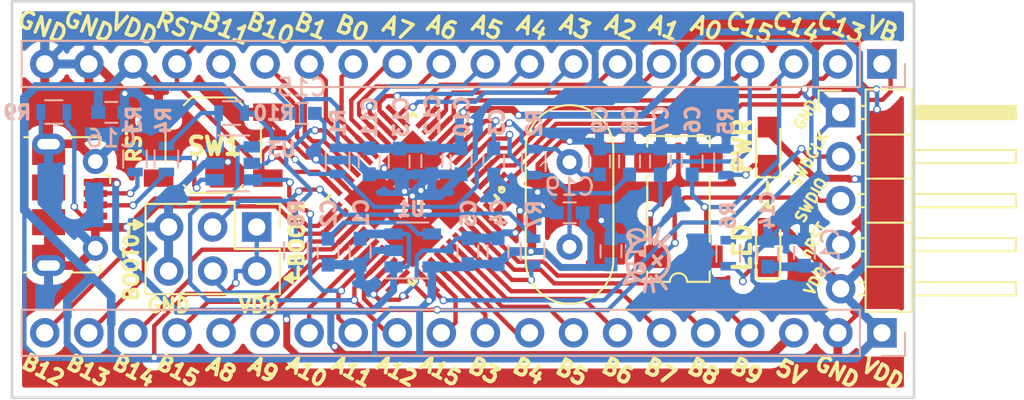
<source format=kicad_pcb>
(kicad_pcb (version 4) (host pcbnew 4.0.7)
  (layers (0 F.Cu signal) (31 B.Cu signal) (34 B.Paste user) (35 F.Paste user) (36 B.SilkS user) (37 F.SilkS user) (38 B.Mask user) (39 F.Mask user) (44 Edge.Cuts user))
  (net 0 "")
  (net 1 +5V)
  (net 2 GND)
  (net 3 "Net-(C2-Pad1)")
  (net 4 /RESET)
  (net 5 VCC)
  (net 6 /PC14)
  (net 7 /PC15)
  (net 8 /OSCIN)
  (net 9 /OSCOUT)
  (net 10 "Net-(D1-Pad1)")
  (net 11 "Net-(D2-Pad1)")
  (net 12 "Net-(J2-Pad3)")
  (net 13 "Net-(J2-Pad4)")
  (net 14 /VBAT)
  (net 15 /PC13)
  (net 16 /PA0)
  (net 17 /PA1)
  (net 18 /PA2)
  (net 19 /PA3)
  (net 20 /PA4)
  (net 21 /PA5)
  (net 22 /PA6)
  (net 23 /PA7)
  (net 24 /PB0)
  (net 25 /PB1)
  (net 26 /PB10)
  (net 27 /SWDCLK)
  (net 28 /SWDIO)
  (net 29 /PB9)
  (net 30 /PB8)
  (net 31 /PB7)
  (net 32 /PB6)
  (net 33 /PB5)
  (net 34 /PB4)
  (net 35 /PB3)
  (net 36 /PA15)
  (net 37 /PA12)
  (net 38 /PA11)
  (net 39 /PA10)
  (net 40 /PA9)
  (net 41 /PA8)
  (net 42 /PB15)
  (net 43 /PB14)
  (net 44 /PB13)
  (net 45 /PB12)
  (net 46 "Net-(R3-Pad1)")
  (net 47 "Net-(R10-Pad1)")
  (net 48 /BOOT0)
  (net 49 /BOOT1)
  (net 50 /D-)
  (net 51 /ID)
  (net 52 /D+)
  (net 53 /PB11/VCAP1)
  (module Pin_Headers:Pin_Header_Straight_1x20_Pitch2.54mm (layer B.Cu) (at 123.88 103.66 90)
    (fp_text reference J3 hide)
    (fp_text value Conn_01x20_des)
    (pad 1 thru_hole rect (at 0 0 90) (size 1.7 1.7) (drill 1) (layers *.Cu *.Mask) (net 14 /VBAT))
    (pad 2 thru_hole oval (at 0 -2.54 90) (size 1.7 1.7) (drill 1) (layers *.Cu *.Mask) (net 15 /PC13))
    (pad 3 thru_hole oval (at 0 -5.08 90) (size 1.7 1.7) (drill 1) (layers *.Cu *.Mask) (net 6 /PC14))
    (pad 4 thru_hole oval (at 0 -7.62 90) (size 1.7 1.7) (drill 1) (layers *.Cu *.Mask) (net 7 /PC15))
    (pad 5 thru_hole oval (at 0 -10.16 90) (size 1.7 1.7) (drill 1) (layers *.Cu *.Mask) (net 16 /PA0))
    (pad 6 thru_hole oval (at 0 -12.7 90) (size 1.7 1.7) (drill 1) (layers *.Cu *.Mask) (net 17 /PA1))
    (pad 7 thru_hole oval (at 0 -15.24 90) (size 1.7 1.7) (drill 1) (layers *.Cu *.Mask) (net 18 /PA2))
    (pad 8 thru_hole oval (at 0 -17.78 90) (size 1.7 1.7) (drill 1) (layers *.Cu *.Mask) (net 19 /PA3))
    (pad 9 thru_hole oval (at 0 -20.32 90) (size 1.7 1.7) (drill 1) (layers *.Cu *.Mask) (net 20 /PA4))
    (pad 10 thru_hole oval (at 0 -22.86 90) (size 1.7 1.7) (drill 1) (layers *.Cu *.Mask) (net 21 /PA5))
    (pad 11 thru_hole oval (at 0 -25.4 90) (size 1.7 1.7) (drill 1) (layers *.Cu *.Mask) (net 22 /PA6))
    (pad 12 thru_hole oval (at 0 -27.94 90) (size 1.7 1.7) (drill 1) (layers *.Cu *.Mask) (net 23 /PA7))
    (pad 13 thru_hole oval (at 0 -30.48 90) (size 1.7 1.7) (drill 1) (layers *.Cu *.Mask) (net 24 /PB0))
    (pad 14 thru_hole oval (at 0 -33.02 90) (size 1.7 1.7) (drill 1) (layers *.Cu *.Mask) (net 25 /PB1))
    (pad 15 thru_hole oval (at 0 -35.56 90) (size 1.7 1.7) (drill 1) (layers *.Cu *.Mask) (net 26 /PB10))
    (pad 16 thru_hole oval (at 0 -38.1 90) (size 1.7 1.7) (drill 1) (layers *.Cu *.Mask) (net 53 /PB11/VCAP1))
    (pad 17 thru_hole oval (at 0 -40.64 90) (size 1.7 1.7) (drill 1) (layers *.Cu *.Mask) (net 4 /RESET))
    (pad 18 thru_hole oval (at 0 -43.18 90) (size 1.7 1.7) (drill 1) (layers *.Cu *.Mask) (net 5 VCC))
    (pad 19 thru_hole oval (at 0 -45.72 90) (size 1.7 1.7) (drill 1) (layers *.Cu *.Mask) (net 2 GND))
    (pad 20 thru_hole oval (at 0 -48.26 90) (size 1.7 1.7) (drill 1) (layers *.Cu *.Mask) (net 2 GND))
  )
  (module Pin_Headers:Pin_Header_Straight_1x20_Pitch2.54mm (layer B.Cu) (at 123.88 119.16 90)
    (fp_text reference J5 hide)
    (fp_text value Conn_01x20)
    (pad 1 thru_hole rect (at 0 0 90) (size 1.7 1.7) (drill 1) (layers *.Cu *.Mask) (net 5 VCC))
    (pad 2 thru_hole oval (at 0 -2.54 90) (size 1.7 1.7) (drill 1) (layers *.Cu *.Mask) (net 2 GND))
    (pad 3 thru_hole oval (at 0 -5.08 90) (size 1.7 1.7) (drill 1) (layers *.Cu *.Mask) (net 1 +5V))
    (pad 4 thru_hole oval (at 0 -7.62 90) (size 1.7 1.7) (drill 1) (layers *.Cu *.Mask) (net 29 /PB9))
    (pad 5 thru_hole oval (at 0 -10.16 90) (size 1.7 1.7) (drill 1) (layers *.Cu *.Mask) (net 30 /PB8))
    (pad 6 thru_hole oval (at 0 -12.7 90) (size 1.7 1.7) (drill 1) (layers *.Cu *.Mask) (net 31 /PB7))
    (pad 7 thru_hole oval (at 0 -15.24 90) (size 1.7 1.7) (drill 1) (layers *.Cu *.Mask) (net 32 /PB6))
    (pad 8 thru_hole oval (at 0 -17.78 90) (size 1.7 1.7) (drill 1) (layers *.Cu *.Mask) (net 33 /PB5))
    (pad 9 thru_hole oval (at 0 -20.32 90) (size 1.7 1.7) (drill 1) (layers *.Cu *.Mask) (net 34 /PB4))
    (pad 10 thru_hole oval (at 0 -22.86 90) (size 1.7 1.7) (drill 1) (layers *.Cu *.Mask) (net 35 /PB3))
    (pad 11 thru_hole oval (at 0 -25.4 90) (size 1.7 1.7) (drill 1) (layers *.Cu *.Mask) (net 36 /PA15))
    (pad 12 thru_hole oval (at 0 -27.94 90) (size 1.7 1.7) (drill 1) (layers *.Cu *.Mask) (net 37 /PA12))
    (pad 13 thru_hole oval (at 0 -30.48 90) (size 1.7 1.7) (drill 1) (layers *.Cu *.Mask) (net 38 /PA11))
    (pad 14 thru_hole oval (at 0 -33.02 90) (size 1.7 1.7) (drill 1) (layers *.Cu *.Mask) (net 39 /PA10))
    (pad 15 thru_hole oval (at 0 -35.56 90) (size 1.7 1.7) (drill 1) (layers *.Cu *.Mask) (net 40 /PA9))
    (pad 16 thru_hole oval (at 0 -38.1 90) (size 1.7 1.7) (drill 1) (layers *.Cu *.Mask) (net 41 /PA8))
    (pad 17 thru_hole oval (at 0 -40.64 90) (size 1.7 1.7) (drill 1) (layers *.Cu *.Mask) (net 42 /PB15))
    (pad 18 thru_hole oval (at 0 -43.18 90) (size 1.7 1.7) (drill 1) (layers *.Cu *.Mask) (net 43 /PB14))
    (pad 19 thru_hole oval (at 0 -45.72 90) (size 1.7 1.7) (drill 1) (layers *.Cu *.Mask) (net 44 /PB13))
    (pad 20 thru_hole oval (at 0 -48.26 90) (size 1.7 1.7) (drill 1) (layers *.Cu *.Mask) (net 45 /PB12))
  )
  (module Pin_Headers:Pin_Header_Straight_2x03_Pitch2.54mm (layer F.Cu) (at 87.838 113.058 270)
    (fp_text reference J2 hide)
    (fp_text value Conn_02x03_Odd_Even)
    (pad 1 thru_hole rect (at 0 0 270) (size 1.7 1.7) (drill 1) (layers *.Cu *.Mask) (net 5 VCC))
    (pad 2 thru_hole oval (at 2.54 0 270) (size 1.7 1.7) (drill 1) (layers *.Cu *.Mask) (net 5 VCC))
    (pad 3 thru_hole oval (at 0 2.54 270) (size 1.7 1.7) (drill 1) (layers *.Cu *.Mask) (net 12 "Net-(J2-Pad3)"))
    (pad 4 thru_hole oval (at 2.54 2.54 270) (size 1.7 1.7) (drill 1) (layers *.Cu *.Mask) (net 13 "Net-(J2-Pad4)"))
    (pad 5 thru_hole oval (at 0 5.08 270) (size 1.7 1.7) (drill 1) (layers *.Cu *.Mask) (net 2 GND))
    (pad 6 thru_hole oval (at 2.54 5.08 270) (size 1.7 1.7) (drill 1) (layers *.Cu *.Mask) (net 2 GND))
  )
  (module Connectors_USB:USB_Micro-B_Molex-105017-0001 (layer F.Cu) (at 76.19 111.78 270)
    (fp_text reference J1 hide)
    (fp_text value USB_OTG)
    (pad 6 smd rect (at 1 0.35 270) (size 1.5 1.9) (layers F.Cu F.Paste F.Mask) (net 2 GND))
    (pad 6 thru_hole circle (at -2.5 -2.35 270) (size 1.45 1.45) (drill 0.85) (layers *.Cu *.Mask) (net 2 GND))
    (pad 2 smd rect (at -0.65 -2.35 270) (size 0.4 1.35) (layers F.Cu F.Paste F.Mask) (net 50 /D-))
    (pad 1 smd rect (at -1.3 -2.35 270) (size 0.4 1.35) (layers F.Cu F.Paste F.Mask) (net 1 +5V))
    (pad 5 smd rect (at 1.3 -2.35 270) (size 0.4 1.35) (layers F.Cu F.Paste F.Mask) (net 2 GND))
    (pad 4 smd rect (at 0.65 -2.35 270) (size 0.4 1.35) (layers F.Cu F.Paste F.Mask) (net 51 /ID))
    (pad 3 smd rect (at 0 -2.35 270) (size 0.4 1.35) (layers F.Cu F.Paste F.Mask) (net 52 /D+))
    (pad 6 thru_hole circle (at 2.5 -2.35 270) (size 1.45 1.45) (drill 0.85) (layers *.Cu *.Mask) (net 2 GND))
    (pad 6 smd rect (at -1 0.35 270) (size 1.5 1.9) (layers F.Cu F.Paste F.Mask) (net 2 GND))
    (pad 6 thru_hole oval (at -3.5 0.35 90) (size 1.2 1.9) (drill oval 0.6 1.3) (layers *.Cu *.Mask) (net 2 GND))
    (pad 6 thru_hole oval (at 3.5 0.35 270) (size 1.2 1.9) (drill oval 0.6 1.3) (layers *.Cu *.Mask) (net 2 GND))
    (pad 6 smd rect (at 2.9 0.35 270) (size 1.2 1.9) (layers F.Cu F.Mask) (net 2 GND))
    (pad 6 smd rect (at -2.9 0.35 270) (size 1.2 1.9) (layers F.Cu F.Mask) (net 2 GND))
  )
  (module Buttons_Switches_SMD:SW_SPST_TL3342 (layer F.Cu) (at 85.33 108.34)
    (fp_text reference SW1 (at 0.07 0.06) (layer F.SilkS) (effects (font (thickness 0.25))))
    (fp_text value SW_Push)
    (pad 1 smd rect (at -3.15 -1.9) (size 1.7 1) (layers F.Cu F.Paste F.Mask) (net 2 GND))
    (pad 1 smd rect (at 3.15 -1.9) (size 1.7 1) (layers F.Cu F.Paste F.Mask) (net 2 GND))
    (pad 2 smd rect (at -3.15 1.9) (size 1.7 1) (layers F.Cu F.Paste F.Mask))
    (pad 2 smd rect (at 3.15 1.9) (size 1.7 1) (layers F.Cu F.Paste F.Mask) (net 4 /RESET))
  )
  (module Pin_Headers:Pin_Header_Angled_1x05_Pitch2.54mm (layer F.Cu) (at 121.5 106.46)
    (fp_text reference J4 hide)
    (fp_text value Conn_01x05_desc)
    (pad 1 thru_hole rect (at 0 0) (size 1.7 1.7) (drill 1) (layers *.Cu *.Mask) (net 2 GND))
    (pad 2 thru_hole oval (at 0 2.54) (size 1.7 1.7) (drill 1) (layers *.Cu *.Mask) (net 27 /SWDCLK))
    (pad 3 thru_hole oval (at 0 5.08) (size 1.7 1.7) (drill 1) (layers *.Cu *.Mask) (net 28 /SWDIO))
    (pad 4 thru_hole oval (at 0 7.62) (size 1.7 1.7) (drill 1) (layers *.Cu *.Mask) (net 4 /RESET))
    (pad 5 thru_hole oval (at 0 10.16) (size 1.7 1.7) (drill 1) (layers *.Cu *.Mask) (net 5 VCC))
  )
  (module Resistors_SMD:R_0603 (layer B.Cu) (at 76.14 106.43)
    (fp_text reference R9 (at -2.1 0.03 180) (layer B.SilkS) (effects (font (size 0.8 0.8) (thickness 0.2)) (justify mirror)))
    (fp_text value 20R,0603)
    (pad 1 smd rect (at -0.75 0) (size 0.5 0.9) (layers B.Cu B.Paste B.Mask) (net 2 GND))
    (pad 2 smd rect (at 0.75 0) (size 0.5 0.9) (layers B.Cu B.Paste B.Mask) (net 51 /ID))
  )
  (module Resistors_SMD:R_0603 (layer B.Cu) (at 80.82 109.14 270)
    (fp_text reference R3 (at -2.27 0.06 270) (layer B.SilkS) (effects (font (size 0.8 0.8) (thickness 0.2)) (justify mirror)))
    (fp_text value 20R,0603)
    (pad 1 smd rect (at -0.75 0 270) (size 0.5 0.9) (layers B.Cu B.Paste B.Mask) (net 46 "Net-(R3-Pad1)"))
    (pad 2 smd rect (at 0.75 0 270) (size 0.5 0.9) (layers B.Cu B.Paste B.Mask) (net 50 /D-))
  )
  (module Resistors_SMD:R_0603 (layer B.Cu) (at 82.63 109.14 270)
    (fp_text reference R4 (at -2.21 0.16 270) (layer B.SilkS) (effects (font (size 0.8 0.8) (thickness 0.2)) (justify mirror)))
    (fp_text value 20R,0603)
    (pad 1 smd rect (at -0.75 0 270) (size 0.5 0.9) (layers B.Cu B.Paste B.Mask) (net 47 "Net-(R10-Pad1)"))
    (pad 2 smd rect (at 0.75 0 270) (size 0.5 0.9) (layers B.Cu B.Paste B.Mask) (net 52 /D+))
  )
  (module TO_SOT_Packages_SMD:SOT-23-6 (layer B.Cu) (at 86.51 109.39)
    (fp_text reference U3 (at 2.76 -0.8) (layer B.SilkS) (effects (font (size 0.8 0.8) (thickness 0.2)) (justify mirror)))
    (fp_text value USBLC6-2SC6)
    (pad 1 smd rect (at -1.1 0.95) (size 1.06 0.65) (layers B.Cu B.Paste B.Mask) (net 46 "Net-(R3-Pad1)"))
    (pad 2 smd rect (at -1.1 0) (size 1.06 0.65) (layers B.Cu B.Paste B.Mask) (net 2 GND))
    (pad 3 smd rect (at -1.1 -0.95) (size 1.06 0.65) (layers B.Cu B.Paste B.Mask) (net 47 "Net-(R10-Pad1)"))
    (pad 4 smd rect (at 1.1 -0.95) (size 1.06 0.65) (layers B.Cu B.Paste B.Mask) (net 37 /PA12))
    (pad 6 smd rect (at 1.1 0.95) (size 1.06 0.65) (layers B.Cu B.Paste B.Mask) (net 38 /PA11))
    (pad 5 smd rect (at 1.1 0) (size 1.06 0.65) (layers B.Cu B.Paste B.Mask) (net 5 VCC))
  )
  (module Resistors_SMD:R_0603 (layer B.Cu) (at 86.39 106.49)
    (fp_text reference R10 (at 2.43 0.01 180) (layer B.SilkS) (effects (font (size 0.8 0.8) (thickness 0.2)) (justify mirror)))
    (fp_text value 4.7K)
    (pad 1 smd rect (at -0.75 0) (size 0.5 0.9) (layers B.Cu B.Paste B.Mask) (net 47 "Net-(R10-Pad1)"))
    (pad 2 smd rect (at 0.75 0) (size 0.5 0.9) (layers B.Cu B.Paste B.Mask) (net 5 VCC))
  )
  (module LEDs:LED_0805 (layer F.Cu) (at 117.32 108.4 90)
    (fp_text reference PWR (at 0 -1.5 90) (layer F.SilkS) (effects (font (thickness 0.25))))
    (fp_text value LED_ALT)
    (pad 2 smd rect (at 1.1 0 270) (size 1.2 1.2) (layers F.Cu F.Paste F.Mask) (net 5 VCC))
    (pad 1 smd rect (at -1.1 0 270) (size 1.2 1.2) (layers F.Cu F.Paste F.Mask) (net 10 "Net-(D1-Pad1)"))
  )
  (module LEDs:LED_0805 (layer F.Cu) (at 117.32 114.24 90)
    (fp_text reference LED (at 0 -1.5 90) (layer F.SilkS) (effects (font (thickness 0.25))))
    (fp_text value LED_ALT)
    (pad 2 smd rect (at 1.1 0 270) (size 1.2 1.2) (layers F.Cu F.Paste F.Mask) (net 5 VCC))
    (pad 1 smd rect (at -1.1 0 270) (size 1.2 1.2) (layers F.Cu F.Paste F.Mask) (net 11 "Net-(D2-Pad1)"))
  )
  (module Resistors_SMD:R_0603 (layer B.Cu) (at 92.5 109.25 270)
    (fp_text reference R1 (at -2.2 -0.03 270) (layer B.SilkS) (effects (font (size 0.8 0.8) (thickness 0.2)) (justify mirror)))
    (fp_text value 10K)
    (pad 1 smd rect (at -0.75 0 270) (size 0.5 0.9) (layers B.Cu B.Paste B.Mask) (net 5 VCC))
    (pad 2 smd rect (at 0.75 0 270) (size 0.5 0.9) (layers B.Cu B.Paste B.Mask) (net 4 /RESET))
  )
  (module Capacitors_SMD:C_0603 (layer B.Cu) (at 97.93 109.26 270)
    (fp_text reference C12 (at -2.68 -0.04 270) (layer B.SilkS) (effects (font (size 0.8 0.8) (thickness 0.2)) (justify mirror)))
    (fp_text value 104,0603)
    (pad 2 smd rect (at 0.75 0 270) (size 0.8 0.75) (layers B.Cu B.Paste B.Mask) (net 2 GND))
    (pad 1 smd rect (at -0.75 0 270) (size 0.8 0.75) (layers B.Cu B.Paste B.Mask) (net 5 VCC))
  )
  (module Capacitors_SMD:C_0603 (layer B.Cu) (at 96.05 109.29 270)
    (fp_text reference C13 (at -2.58 -0.11 270) (layer B.SilkS) (effects (font (size 0.8 0.8) (thickness 0.2)) (justify mirror)))
    (fp_text value 104,0603)
    (pad 2 smd rect (at 0.75 0 270) (size 0.8 0.75) (layers B.Cu B.Paste B.Mask) (net 2 GND))
    (pad 1 smd rect (at -0.75 0 270) (size 0.8 0.75) (layers B.Cu B.Paste B.Mask) (net 5 VCC))
  )
  (module Capacitors_SMD:C_0603 (layer B.Cu) (at 99.62 109.27 270)
    (fp_text reference C10 (at -2.58 -0.05 270) (layer B.SilkS) (effects (font (size 0.8 0.8) (thickness 0.2)) (justify mirror)))
    (fp_text value 4.7uF,0603)
    (pad 2 smd rect (at 0.75 0 270) (size 0.8 0.75) (layers B.Cu B.Paste B.Mask) (net 2 GND))
    (pad 1 smd rect (at -0.75 0 270) (size 0.8 0.75) (layers B.Cu B.Paste B.Mask) (net 5 VCC))
  )
  (module Capacitors_SMD:C_0603 (layer B.Cu) (at 94.32 109.27 270)
    (fp_text reference C11 (at -2.53 -0.02 270) (layer B.SilkS) (effects (font (size 0.8 0.8) (thickness 0.2)) (justify mirror)))
    (fp_text value 4.7uF,0603)
    (pad 2 smd rect (at 0.75 0 270) (size 0.8 0.75) (layers B.Cu B.Paste B.Mask) (net 2 GND))
    (pad 1 smd rect (at -0.75 0 270) (size 0.8 0.75) (layers B.Cu B.Paste B.Mask) (net 5 VCC))
  )
  (module Capacitors_SMD:C_0603 (layer B.Cu) (at 101.5 109.28 270)
    (fp_text reference C3 (at -2.26 -0.2 270) (layer B.SilkS) (effects (font (size 0.8 0.8) (thickness 0.2)) (justify mirror)))
    (fp_text value 105,0603)
    (pad 2 smd rect (at 0.75 0 270) (size 0.8 0.75) (layers B.Cu B.Paste B.Mask) (net 2 GND))
    (pad 1 smd rect (at -0.75 0 270) (size 0.8 0.75) (layers B.Cu B.Paste B.Mask) (net 4 /RESET))
  )
  (module Resistors_SMD:R_0603 (layer B.Cu) (at 103.81 109.32 90)
    (fp_text reference R2 (at 2.25 0.03 90) (layer B.SilkS) (effects (font (size 0.8 0.8) (thickness 0.2)) (justify mirror)))
    (fp_text value 1M)
    (pad 1 smd rect (at -0.75 0 90) (size 0.5 0.9) (layers B.Cu B.Paste B.Mask) (net 8 /OSCIN))
    (pad 2 smd rect (at 0.75 0 90) (size 0.5 0.9) (layers B.Cu B.Paste B.Mask) (net 9 /OSCOUT))
  )
  (module Capacitors_SMD:C_0603 (layer B.Cu) (at 107.6 109.28 90)
    (fp_text reference C9 (at 2.41 0.03 90) (layer B.SilkS) (effects (font (size 0.8 0.8) (thickness 0.2)) (justify mirror)))
    (fp_text value 20p,0603)
    (pad 2 smd rect (at 0.75 0 90) (size 0.8 0.75) (layers B.Cu B.Paste B.Mask) (net 2 GND))
    (pad 1 smd rect (at -0.75 0 90) (size 0.8 0.75) (layers B.Cu B.Paste B.Mask) (net 9 /OSCOUT))
  )
  (module Capacitors_SMD:C_0603 (layer B.Cu) (at 109.33 109.28 90)
    (fp_text reference C8 (at 2.4 0.04 90) (layer B.SilkS) (effects (font (size 0.8 0.8) (thickness 0.2)) (justify mirror)))
    (fp_text value 20p,0603)
    (pad 2 smd rect (at 0.75 0 90) (size 0.8 0.75) (layers B.Cu B.Paste B.Mask) (net 2 GND))
    (pad 1 smd rect (at -0.75 0 90) (size 0.8 0.75) (layers B.Cu B.Paste B.Mask) (net 8 /OSCIN))
  )
  (module Capacitors_SMD:C_0603 (layer B.Cu) (at 111.11 109.28 90)
    (fp_text reference C7 (at 2.41 0.03 90) (layer B.SilkS) (effects (font (size 0.8 0.8) (thickness 0.2)) (justify mirror)))
    (fp_text value 20p,0603)
    (pad 2 smd rect (at 0.75 0 90) (size 0.8 0.75) (layers B.Cu B.Paste B.Mask) (net 2 GND))
    (pad 1 smd rect (at -0.75 0 90) (size 0.8 0.75) (layers B.Cu B.Paste B.Mask) (net 7 /PC15))
  )
  (module Capacitors_SMD:C_0603 (layer B.Cu) (at 112.94 109.28 90)
    (fp_text reference C6 (at 2.42 0.03 90) (layer B.SilkS) (effects (font (size 0.8 0.8) (thickness 0.2)) (justify mirror)))
    (fp_text value 20p,0603)
    (pad 2 smd rect (at 0.75 0 90) (size 0.8 0.75) (layers B.Cu B.Paste B.Mask) (net 2 GND))
    (pad 1 smd rect (at -0.75 0 90) (size 0.8 0.75) (layers B.Cu B.Paste B.Mask) (net 6 /PC14))
  )
  (module Resistors_SMD:R_0603 (layer B.Cu) (at 114.89 109.32 270)
    (fp_text reference R5 (at -2.37 0 270) (layer B.SilkS) (effects (font (size 0.8 0.8) (thickness 0.2)) (justify mirror)))
    (fp_text value 510R,0603)
    (pad 1 smd rect (at -0.75 0 270) (size 0.5 0.9) (layers B.Cu B.Paste B.Mask) (net 2 GND))
    (pad 2 smd rect (at 0.75 0 270) (size 0.5 0.9) (layers B.Cu B.Paste B.Mask) (net 10 "Net-(D1-Pad1)"))
  )
  (module Capacitors_SMD:C_0603 (layer B.Cu) (at 117.3 114.6 90)
    (fp_text reference C14 (at 2.51 -0.01 90) (layer B.SilkS) (effects (font (size 0.75 0.75) (thickness 0.1875)) (justify mirror)))
    (fp_text value 104,0603)
    (pad 2 smd rect (at 0.75 0 90) (size 0.8 0.75) (layers B.Cu B.Paste B.Mask) (net 2 GND))
    (pad 1 smd rect (at -0.75 0 90) (size 0.8 0.75) (layers B.Cu B.Paste B.Mask) (net 5 VCC))
  )
  (module Resistors_SMD:R_0603 (layer B.Cu) (at 115.02 114.57 270)
    (fp_text reference R6 (at -2.18 0.01 270) (layer B.SilkS) (effects (font (size 0.8 0.8) (thickness 0.2)) (justify mirror)))
    (fp_text value 510R,603)
    (pad 1 smd rect (at -0.75 0 270) (size 0.5 0.9) (layers B.Cu B.Paste B.Mask) (net 15 /PC13))
    (pad 2 smd rect (at 0.75 0 270) (size 0.5 0.9) (layers B.Cu B.Paste B.Mask) (net 11 "Net-(D2-Pad1)"))
  )
  (module Resistors_SMD:R_0603 (layer B.Cu) (at 103.74 114.48 270)
    (fp_text reference R7 (at -2.16 -0.07 270) (layer B.SilkS) (effects (font (size 0.8 0.8) (thickness 0.2)) (justify mirror)))
    (fp_text value 100K,0603)
    (pad 1 smd rect (at -0.75 0 270) (size 0.5 0.9) (layers B.Cu B.Paste B.Mask) (net 12 "Net-(J2-Pad3)"))
    (pad 2 smd rect (at 0.75 0 270) (size 0.5 0.9) (layers B.Cu B.Paste B.Mask) (net 48 /BOOT0))
  )
  (module Capacitors_SMD:C_0603 (layer B.Cu) (at 101.75 114.46 90)
    (fp_text reference C4 (at 2.21 0.04 90) (layer B.SilkS) (effects (font (size 0.8 0.8) (thickness 0.2)) (justify mirror)))
    (fp_text value 106,0603)
    (pad 2 smd rect (at 0.75 0 90) (size 0.8 0.75) (layers B.Cu B.Paste B.Mask) (net 2 GND))
    (pad 1 smd rect (at -0.75 0 90) (size 0.8 0.75) (layers B.Cu B.Paste B.Mask) (net 5 VCC))
  )
  (module Capacitors_SMD:C_0603 (layer B.Cu) (at 100.01 114.45 90)
    (fp_text reference C5 (at 2.18 0.05 90) (layer B.SilkS) (effects (font (size 0.8 0.8) (thickness 0.2)) (justify mirror)))
    (fp_text value 104,0603)
    (pad 2 smd rect (at 0.75 0 90) (size 0.8 0.75) (layers B.Cu B.Paste B.Mask) (net 2 GND))
    (pad 1 smd rect (at -0.75 0 90) (size 0.8 0.75) (layers B.Cu B.Paste B.Mask) (net 5 VCC))
  )
  (module TO_SOT_Packages_SMD:SOT-23-5 (layer B.Cu) (at 96.83 114.41)
    (fp_text reference U1 (at -0.09 -2.38 180) (layer B.SilkS) (effects (font (size 0.8 0.8) (thickness 0.2)) (justify mirror)))
    (fp_text value MIC5219-3.3)
    (pad 1 smd rect (at -1.1 0.95) (size 1.06 0.65) (layers B.Cu B.Paste B.Mask) (net 1 +5V))
    (pad 2 smd rect (at -1.1 0) (size 1.06 0.65) (layers B.Cu B.Paste B.Mask) (net 2 GND))
    (pad 3 smd rect (at -1.1 -0.95) (size 1.06 0.65) (layers B.Cu B.Paste B.Mask) (net 1 +5V))
    (pad 4 smd rect (at 1.1 -0.95) (size 1.06 0.65) (layers B.Cu B.Paste B.Mask) (net 3 "Net-(C2-Pad1)"))
    (pad 5 smd rect (at 1.1 0.95) (size 1.06 0.65) (layers B.Cu B.Paste B.Mask) (net 5 VCC))
  )
  (module Capacitors_SMD:C_0603 (layer B.Cu) (at 93.8 114.48 270)
    (fp_text reference C1 (at -2.25 -0.06 270) (layer B.SilkS) (effects (font (size 0.8 0.8) (thickness 0.2)) (justify mirror)))
    (fp_text value 223,0603)
    (pad 2 smd rect (at 0.75 0 270) (size 0.8 0.75) (layers B.Cu B.Paste B.Mask) (net 2 GND))
    (pad 1 smd rect (at -0.75 0 270) (size 0.8 0.75) (layers B.Cu B.Paste B.Mask) (net 1 +5V))
  )
  (module Capacitors_SMD:C_0603 (layer B.Cu) (at 91.95 114.48 270)
    (fp_text reference C2 (at -2.22 -0.04 270) (layer B.SilkS) (effects (font (size 0.8 0.8) (thickness 0.2)) (justify mirror)))
    (fp_text value 223,0603)
    (pad 2 smd rect (at 0.75 0 270) (size 0.8 0.75) (layers B.Cu B.Paste B.Mask) (net 2 GND))
    (pad 1 smd rect (at -0.75 0 270) (size 0.8 0.75) (layers B.Cu B.Paste B.Mask) (net 3 "Net-(C2-Pad1)"))
  )
  (module Resistors_SMD:R_0603 (layer B.Cu) (at 90.1 114.44 270)
    (fp_text reference R8 (at -2.16 -0.03 270) (layer B.SilkS) (effects (font (size 0.8 0.8) (thickness 0.2)) (justify mirror)))
    (fp_text value 100K,0603)
    (pad 1 smd rect (at -0.75 0 270) (size 0.5 0.9) (layers B.Cu B.Paste B.Mask) (net 49 /BOOT1))
    (pad 2 smd rect (at 0.75 0 270) (size 0.5 0.9) (layers B.Cu B.Paste B.Mask) (net 13 "Net-(J2-Pad4)"))
  )
  (module Crystals:Crystal_HC49-4H_Vertical (layer F.Cu) (at 105.87 114.2 90)
    (fp_text reference Y2 hide)
    (fp_text value 8MHz)
    (pad 1 thru_hole circle (at 0 0 90) (size 1.5 1.5) (drill 0.8) (layers *.Cu *.Mask) (net 8 /OSCIN))
    (pad 2 thru_hole circle (at 4.88 0 90) (size 1.5 1.5) (drill 0.8) (layers *.Cu *.Mask) (net 9 /OSCOUT))
  )
  (module Crystals:Crystal_SMD_SeikoEpson_MC306-4pin_8.0x3.2mm (layer F.Cu) (at 112.15 112.02 90)
    (fp_text reference Y1 hide)
    (fp_text value 32.786K)
    (pad 1 smd rect (at -2.75 1.6 90) (size 1.3 1.9) (layers F.Cu F.Paste F.Mask) (net 6 /PC14))
    (pad 2 smd rect (at 2.75 1.6 90) (size 1.3 1.9) (layers F.Cu F.Paste F.Mask))
    (pad 3 smd rect (at 2.75 -1.6 90) (size 1.3 1.9) (layers F.Cu F.Paste F.Mask))
    (pad 4 smd rect (at -2.75 -1.6 90) (size 1.3 1.9) (layers F.Cu F.Paste F.Mask) (net 7 /PC15))
  )
  (module Capacitors_SMD:C_0603 (layer B.Cu) (at 90.44 106.51 180)
    (fp_text reference C15 (at 0 1.5 180) (layer B.SilkS) (effects (justify mirror)))
    (fp_text value 4.7u,0603)
    (pad 2 smd rect (at 0.75 0 180) (size 0.8 0.75) (layers B.Cu B.Paste B.Mask) (net 53 /PB11/VCAP1))
    (pad 1 smd rect (at -0.75 0 180) (size 0.8 0.75) (layers B.Cu B.Paste B.Mask) (net 2 GND))
  )
  (module Capacitors_SMD:C_0603 (layer B.Cu) (at 79.46 106.45)
    (fp_text reference C16 (at 0 1.5) (layer B.SilkS) (effects (justify mirror)))
    (fp_text value 0.1uF,0603)
    (pad 2 smd rect (at 0.75 0) (size 0.8 0.75) (layers B.Cu B.Paste B.Mask) (net 2 GND))
    (pad 1 smd rect (at -0.75 0) (size 0.8 0.75) (layers B.Cu B.Paste B.Mask) (net 5 VCC))
  )
  (module Capacitors_SMD:C_0603 (layer B.Cu) (at 119.41 114.54 90)
    (fp_text reference C17 (at 0 1.5 90) (layer B.SilkS) (effects (justify mirror)))
    (fp_text value 104,0603)
    (pad 2 smd rect (at 0.75 0 90) (size 0.8 0.75) (layers B.Cu B.Paste B.Mask) (net 2 GND))
    (pad 1 smd rect (at -0.75 0 90) (size 0.8 0.75) (layers B.Cu B.Paste B.Mask) (net 5 VCC))
  )
  (module Capacitors_SMD:C_0603 (layer B.Cu) (at 108.26 114.46 90)
    (fp_text reference C18 (at 0 1.5 90) (layer B.SilkS) (effects (justify mirror)))
    (fp_text value 104,0603)
    (pad 2 smd rect (at 0.75 0 90) (size 0.8 0.75) (layers B.Cu B.Paste B.Mask) (net 2 GND))
    (pad 1 smd rect (at -0.75 0 90) (size 0.8 0.75) (layers B.Cu B.Paste B.Mask) (net 5 VCC))
  )
  (module Capacitors_SMD:C_0603 (layer B.Cu) (at 105.88 112.24 180)
    (fp_text reference C19 (at 0 1.5 180) (layer B.SilkS) (effects (justify mirror)))
    (fp_text value 0.1uF,0603)
    (pad 2 smd rect (at 0.75 0 180) (size 0.8 0.75) (layers B.Cu B.Paste B.Mask) (net 2 GND))
    (pad 1 smd rect (at -0.75 0 180) (size 0.8 0.75) (layers B.Cu B.Paste B.Mask) (net 5 VCC))
  )
  (module QFPN48:UFQFPN48 (layer F.Cu) (at 96.827969 111.44 225)
    (fp_text reference U2 hide)
    (fp_text value STM32FxxxCx)
    (fp_circle (center -4.01 -3.26) (end -3.94 -3.28) (layer F.Cu) (width 0.15))
    (pad 48 smd trapezoid (at -2.75 -3.975 225) (size 0.3 1.75) (layers F.Cu F.Paste F.Mask) (net 5 VCC))
    (pad 47 smd trapezoid (at -2.25 -3.975 225) (size 0.3 1.75) (layers F.Cu F.Paste F.Mask) (net 2 GND))
    (pad 46 smd trapezoid (at -1.75 -3.975 225) (size 0.3 1.75) (layers F.Cu F.Paste F.Mask) (net 29 /PB9))
    (pad 45 smd trapezoid (at -1.25 -3.975 225) (size 0.3 1.75) (layers F.Cu F.Paste F.Mask) (net 30 /PB8))
    (pad 44 smd trapezoid (at -0.75 -3.975 225) (size 0.3 1.75) (layers F.Cu F.Paste F.Mask) (net 48 /BOOT0))
    (pad 43 smd trapezoid (at -0.25 -3.975 45) (size 0.3 1.75) (layers F.Cu F.Paste F.Mask) (net 31 /PB7))
    (pad 42 smd trapezoid (at 0.25 -3.975 225) (size 0.3 1.75) (layers F.Cu F.Paste F.Mask) (net 32 /PB6))
    (pad 41 smd trapezoid (at 0.75 -3.975 225) (size 0.3 1.75) (layers F.Cu F.Paste F.Mask) (net 33 /PB5))
    (pad 40 smd trapezoid (at 1.25 -3.975 225) (size 0.3 1.75) (layers F.Cu F.Paste F.Mask) (net 34 /PB4))
    (pad 39 smd trapezoid (at 1.75 -3.975 225) (size 0.3 1.75) (layers F.Cu F.Paste F.Mask) (net 35 /PB3))
    (pad 38 smd trapezoid (at 2.25 -3.975 225) (size 0.3 1.75) (layers F.Cu F.Paste F.Mask) (net 36 /PA15))
    (pad 37 smd trapezoid (at 2.75 -3.975 225) (size 0.3 1.75) (layers F.Cu F.Paste F.Mask) (net 27 /SWDCLK))
    (pad 7 smd trapezoid (at -3.975 0.25 315) (size 0.3 1.75) (layers F.Cu F.Paste F.Mask) (net 4 /RESET))
    (pad 6 smd trapezoid (at -3.975 -0.25 315) (size 0.3 1.75) (layers F.Cu F.Paste F.Mask) (net 9 /OSCOUT))
    (pad 5 smd trapezoid (at -3.975 -0.75 315) (size 0.3 1.75) (layers F.Cu F.Paste F.Mask) (net 8 /OSCIN))
    (pad 4 smd trapezoid (at -3.975 -1.25 315) (size 0.3 1.75) (layers F.Cu F.Paste F.Mask) (net 7 /PC15))
    (pad 3 smd trapezoid (at -3.975 -1.75 315) (size 0.3 1.75) (layers F.Cu F.Paste F.Mask) (net 6 /PC14))
    (pad 2 smd trapezoid (at -3.975 -2.25 315) (size 0.3 1.75) (layers F.Cu F.Paste F.Mask) (net 15 /PC13))
    (pad 8 smd trapezoid (at -3.975 0.75 315) (size 0.3 1.75) (layers F.Cu F.Paste F.Mask) (net 2 GND))
    (pad 1 smd trapezoid (at -3.975 -2.75 315) (size 0.3 1.75) (layers F.Cu F.Paste F.Mask) (net 14 /VBAT))
    (pad 9 smd trapezoid (at -3.975 1.25 315) (size 0.3 1.75) (layers F.Cu F.Paste F.Mask) (net 5 VCC))
    (pad 10 smd trapezoid (at -3.975 1.75 315) (size 0.3 1.75) (layers F.Cu F.Paste F.Mask) (net 16 /PA0))
    (pad 11 smd trapezoid (at -3.975 2.25 315) (size 0.3 1.75) (layers F.Cu F.Paste F.Mask) (net 17 /PA1))
    (pad 12 smd trapezoid (at -3.975 2.75 315) (size 0.3 1.75) (layers F.Cu F.Paste F.Mask) (net 18 /PA2))
    (pad 19 smd trapezoid (at 0.25 3.975 225) (size 0.3 1.75) (layers F.Cu F.Paste F.Mask) (net 25 /PB1))
    (pad 18 smd trapezoid (at -0.25 3.975 225) (size 0.3 1.75) (layers F.Cu F.Paste F.Mask) (net 24 /PB0))
    (pad 17 smd trapezoid (at -0.75 3.975 225) (size 0.3 1.75) (layers F.Cu F.Paste F.Mask) (net 23 /PA7))
    (pad 16 smd trapezoid (at -1.25 3.975 225) (size 0.3 1.75) (layers F.Cu F.Paste F.Mask) (net 22 /PA6))
    (pad 15 smd trapezoid (at -1.75 3.975 225) (size 0.3 1.75) (layers F.Cu F.Paste F.Mask) (net 21 /PA5))
    (pad 14 smd trapezoid (at -2.25 3.975 225) (size 0.3 1.75) (layers F.Cu F.Paste F.Mask) (net 20 /PA4))
    (pad 13 smd trapezoid (at -2.75 3.975 225) (size 0.3 1.75) (layers F.Cu F.Paste F.Mask) (net 19 /PA3))
    (pad 20 smd trapezoid (at 0.75 3.975 225) (size 0.3 1.75) (layers F.Cu F.Paste F.Mask) (net 49 /BOOT1))
    (pad 21 smd trapezoid (at 1.25 3.975 225) (size 0.3 1.75) (layers F.Cu F.Paste F.Mask) (net 26 /PB10))
    (pad 22 smd trapezoid (at 1.75 3.975 225) (size 0.3 1.75) (layers F.Cu F.Paste F.Mask) (net 53 /PB11/VCAP1))
    (pad 23 smd trapezoid (at 2.25 3.975 225) (size 0.3 1.75) (layers F.Cu F.Paste F.Mask) (net 2 GND))
    (pad 24 smd trapezoid (at 2.75 3.975 225) (size 0.3 1.75) (layers F.Cu F.Paste F.Mask) (net 5 VCC))
    (pad 31 smd trapezoid (at 3.975 -0.25 315) (size 0.3 1.75) (layers F.Cu F.Paste F.Mask) (net 39 /PA10))
    (pad 30 smd trapezoid (at 3.975 0.25 315) (size 0.3 1.75) (layers F.Cu F.Paste F.Mask) (net 40 /PA9))
    (pad 32 smd trapezoid (at 3.975 -0.75 315) (size 0.3 1.75) (layers F.Cu F.Paste F.Mask) (net 38 /PA11))
    (pad 33 smd trapezoid (at 3.975 -1.25 315) (size 0.3 1.75) (layers F.Cu F.Paste F.Mask) (net 37 /PA12))
    (pad 34 smd trapezoid (at 3.975 -1.75 315) (size 0.3 1.75) (layers F.Cu F.Paste F.Mask) (net 28 /SWDIO))
    (pad 35 smd trapezoid (at 3.975 -2.25 315) (size 0.3 1.75) (layers F.Cu F.Paste F.Mask) (net 2 GND))
    (pad 36 smd trapezoid (at 3.975 -2.75 315) (size 0.3 1.75) (layers F.Cu F.Paste F.Mask) (net 5 VCC))
    (pad 29 smd trapezoid (at 3.975 0.75 315) (size 0.3 1.75) (layers F.Cu F.Paste F.Mask) (net 41 /PA8))
    (pad 28 smd trapezoid (at 3.975 1.25 315) (size 0.3 1.75) (layers F.Cu F.Paste F.Mask) (net 42 /PB15))
    (pad 27 smd trapezoid (at 3.975 1.75 315) (size 0.3 1.75) (layers F.Cu F.Paste F.Mask) (net 43 /PB14))
    (pad 26 smd trapezoid (at 3.975 2.25 315) (size 0.3 1.75) (layers F.Cu F.Paste F.Mask) (net 44 /PB13))
    (pad 25 smd trapezoid (at 3.975 2.75 315) (size 0.3 1.75) (layers F.Cu F.Paste F.Mask) (net 45 /PB12))
    (pad 0 smd rect (at -1.55 -1.55 225) (size 2.5 2.5) (layers F.Cu F.Paste F.Mask) (net 2 GND))
    (pad 0 smd rect (at 1.55 1.55 225) (size 2.5 2.5) (layers F.Cu F.Paste F.Mask) (net 2 GND))
    (pad 0 smd rect (at 1.55 -1.55 225) (size 2.5 2.5) (layers F.Cu F.Paste F.Mask) (net 2 GND))
    (pad 0 smd rect (at -1.55 1.55 225) (size 2.5 2.5) (layers F.Cu F.Paste F.Mask) (net 2 GND))
  )
  (gr_line (start 73.728 100.048) (end 73.73 122.9) (layer Edge.Cuts) (width 0.15))
  (gr_text - (at 117.23 110.76 90) (layer F.SilkS) (effects (font (size 0.75 0.75) (thickness 0.1875))))
  (gr_text + (at 117.29 111.8) (layer F.SilkS) (effects (font (size 0.75 0.75) (thickness 0.1875))))
  (gr_line (start 111.04 114.18) (end 111.6 113.55) (layer B.SilkS) (width 0.2))
  (gr_line (start 110.82 114.04) (end 111.03 113.14) (layer B.SilkS) (width 0.2))
  (gr_line (start 110.54 113.99) (end 110.46 113.09) (layer B.SilkS) (width 0.2))
  (gr_line (start 110.87 115.86) (end 111.44 116.62) (layer B.SilkS) (width 0.2))
  (gr_line (start 110.57 115.95) (end 110.72 116.78) (layer B.SilkS) (width 0.2))
  (gr_line (start 110.3 115.95) (end 110.19 116.79) (layer B.SilkS) (width 0.2))
  (gr_line (start 110.68 115.18) (end 111.18 114.77) (layer B.SilkS) (width 0.2))
  (gr_line (start 110.72 114.73) (end 111.11 115.25) (layer B.SilkS) (width 0.2))
  (gr_line (start 109.05 116.3) (end 109.69 116.12) (layer B.SilkS) (width 0.2))
  (gr_line (start 109.33 115.73) (end 109.02 116.31) (layer B.SilkS) (width 0.2))
  (gr_circle (center 110.05 114.57) (end 109.96 114.51) (layer B.SilkS) (width 0.2))
  (gr_circle (center 110.05 115.4) (end 109.97 115.32) (layer B.SilkS) (width 0.2))
  (gr_line (start 109.44 114.12) (end 109.3 113.48) (layer B.SilkS) (width 0.2))
  (gr_line (start 109.89 113.76) (end 109.3 113.48) (layer B.SilkS) (width 0.2))
  (gr_circle (center 110.395294 114.99) (end 109.815294 113.9) (layer B.SilkS) (width 0.2))
  (gr_line (start 125.73 122.9) (end 73.73 122.9) (layer Edge.Cuts) (width 0.15))
  (gr_line (start 125.728 100.048) (end 125.73 122.9) (layer Edge.Cuts) (width 0.15))
  (gr_line (start 73.728 100.048) (end 125.728 100.048) (layer Edge.Cuts) (width 0.15))
  (gr_text RST (at 80.768 108.238 90) (layer F.SilkS) (effects (font (size 0.8 0.8) (thickness 0.2))))
  (gr_line (start 80.458 113.248) (end 80.458 113.418) (layer F.SilkS) (width 0.2))
  (gr_line (start 89.878 116.248) (end 89.498 115.998) (layer F.SilkS) (width 0.2))
  (gr_line (start 89.858 115.728) (end 89.878 116.248) (layer F.SilkS) (width 0.2))
  (gr_line (start 89.488 116.038) (end 89.858 115.728) (layer F.SilkS) (width 0.2))
  (gr_line (start 90.218 115.998) (end 89.488 116.038) (layer F.SilkS) (width 0.2))
  (gr_line (start 90.238 115.368) (end 90.218 115.998) (layer F.SilkS) (width 0.2))
  (gr_text BOOT1 (at 90.148 113.418 90) (layer F.SilkS) (effects (font (size 0.8 0.8) (thickness 0.2))))
  (gr_line (start 81.218 112.928) (end 80.798 112.698) (layer F.SilkS) (width 0.2))
  (gr_line (start 80.788 113.168) (end 81.218 112.928) (layer F.SilkS) (width 0.2))
  (gr_line (start 80.788 112.708) (end 80.788 113.168) (layer F.SilkS) (width 0.2))
  (gr_line (start 81.108 112.898) (end 80.788 112.708) (layer F.SilkS) (width 0.2))
  (gr_line (start 80.458 112.908) (end 81.108 112.898) (layer F.SilkS) (width 0.2))
  (gr_line (start 80.458 113.238) (end 80.458 112.908) (layer F.SilkS) (width 0.2))
  (gr_text BOOT0 (at 80.608 115.388 90) (layer F.SilkS) (effects (font (size 0.8 0.8) (thickness 0.2))))
  (gr_text VDD (at 87.96 117.59) (layer F.SilkS) (effects (font (size 0.8 0.8) (thickness 0.2))))
  (gr_text GND (at 82.75 117.58) (layer F.SilkS) (effects (font (size 0.8 0.8) (thickness 0.2))))
  (gr_text VDD (at 120.07 116.16 60) (layer F.SilkS) (effects (font (size 0.6 0.6))))
  (gr_text nRST (at 119.978 113.838 60) (layer F.SilkS) (effects (font (size 0.6 0.6))))
  (gr_text SWDIO (at 119.8 111.51 60) (layer F.SilkS) (effects (font (size 0.6 0.6))))
  (gr_text SWDCLK (at 119.69 109.16 60) (layer F.SilkS) (effects (font (size 0.6 0.6))))
  (gr_text GND (at 119.49 106.59 60) (layer F.SilkS) (effects (font (size 0.6 0.6))))
  (gr_text GND (at 75.48 101.52 338) (layer F.SilkS) (effects (font (size 0.95 0.95) (thickness 0.2))))
  (gr_text GND (at 78.16 101.47 338) (layer F.SilkS) (effects (font (size 0.95 0.95) (thickness 0.2))))
  (gr_text VDD (at 80.77 101.64 338) (layer F.SilkS) (effects (font (size 0.95 0.95) (thickness 0.2))))
  (gr_text RST (at 83.31 101.52 338) (layer F.SilkS) (effects (font (size 0.95 0.95) (thickness 0.2))))
  (gr_text B11 (at 86.09 101.61 338) (layer F.SilkS) (effects (font (size 0.95 0.95) (thickness 0.2))))
  (gr_text B10 (at 88.64 101.62 338) (layer F.SilkS) (effects (font (size 0.95 0.95) (thickness 0.2))))
  (gr_text B1 (at 90.98 101.49 338) (layer F.SilkS) (effects (font (size 0.95 0.95) (thickness 0.2))))
  (gr_text B0 (at 93.36 101.61 338) (layer F.SilkS) (effects (font (size 0.95 0.95) (thickness 0.2))))
  (gr_text A7 (at 95.99 101.6 338) (layer F.SilkS) (effects (font (size 0.95 0.95) (thickness 0.2))))
  (gr_text A6 (at 98.55 101.55 338) (layer F.SilkS) (effects (font (size 0.95 0.95) (thickness 0.2))))
  (gr_text A5 (at 101.14 101.55 338) (layer F.SilkS) (effects (font (size 0.95 0.95) (thickness 0.2))))
  (gr_text A4 (at 103.73 101.57 338) (layer F.SilkS) (effects (font (size 0.95 0.95) (thickness 0.2))))
  (gr_text A3 (at 106.21 101.53 338) (layer F.SilkS) (effects (font (size 0.95 0.95) (thickness 0.2))))
  (gr_text A2 (at 108.83 101.53 338) (layer F.SilkS) (effects (font (size 0.95 0.95) (thickness 0.2))))
  (gr_text A1 (at 111.35 101.58 338) (layer F.SilkS) (effects (font (size 0.95 0.95) (thickness 0.2))))
  (gr_text A0 (at 113.77 101.58 338) (layer F.SilkS) (effects (font (size 0.95 0.95) (thickness 0.2))))
  (gr_text C15 (at 116.24 101.56 338) (layer F.SilkS) (effects (font (size 0.95 0.95) (thickness 0.2))))
  (gr_text C14 (at 118.92 101.53 338) (layer F.SilkS) (effects (font (size 0.95 0.95) (thickness 0.2))))
  (gr_text C13 (at 121.5 101.54 338) (layer F.SilkS) (effects (font (size 0.95 0.95) (thickness 0.2))))
  (gr_text VB (at 123.9 101.66 338) (layer F.SilkS) (effects (font (size 0.95 0.95) (thickness 0.2))))
  (gr_text B12 (at 75.53 121.31 332) (layer F.SilkS) (effects (font (size 0.85 0.85) (thickness 0.2125))))
  (gr_text B13 (at 78.11 121.35 332) (layer F.SilkS) (effects (font (size 0.85 0.85) (thickness 0.2125))))
  (gr_text B14 (at 80.75 121.35 332) (layer F.SilkS) (effects (font (size 0.85 0.85) (thickness 0.2125))))
  (gr_text B15 (at 83.3 121.35 332) (layer F.SilkS) (effects (font (size 0.85 0.85) (thickness 0.2125))))
  (gr_text A8 (at 85.8 121.27 332) (layer F.SilkS) (effects (font (size 0.9 0.9) (thickness 0.225))))
  (gr_text A9 (at 88.22 121.29 332) (layer F.SilkS) (effects (font (size 0.9 0.9) (thickness 0.225))))
  (gr_text A10 (at 90.73 121.39 332) (layer F.SilkS) (effects (font (size 0.85 0.85) (thickness 0.2125))))
  (gr_text A11 (at 93.34 121.38 332) (layer F.SilkS) (effects (font (size 0.85 0.85) (thickness 0.2125))))
  (gr_text A12 (at 95.91 121.36 332) (layer F.SilkS) (effects (font (size 0.85 0.85) (thickness 0.2125))))
  (gr_text A15 (at 98.43 121.34 332) (layer F.SilkS) (effects (font (size 0.85 0.85) (thickness 0.2125))))
  (gr_text B3 (at 100.96 121.34 332) (layer F.SilkS) (effects (font (size 0.9 0.9) (thickness 0.225))))
  (gr_text B4 (at 103.52 121.36 332) (layer F.SilkS) (effects (font (size 0.9 0.9) (thickness 0.225))))
  (gr_text B5 (at 106 121.43 332) (layer F.SilkS) (effects (font (size 0.9 0.9) (thickness 0.225))))
  (gr_text B6 (at 108.65 121.36 332) (layer F.SilkS) (effects (font (size 0.9 0.9) (thickness 0.225))))
  (gr_text B7 (at 111.1 121.38 332) (layer F.SilkS) (effects (font (size 0.9 0.9) (thickness 0.225))))
  (gr_text B8 (at 113.6 121.39 332) (layer F.SilkS) (effects (font (size 0.9 0.9) (thickness 0.225))))
  (gr_text B9 (at 116.08 121.36 332) (layer F.SilkS) (effects (font (size 0.9 0.9) (thickness 0.225))))
  (gr_text 5V (at 118.62 121.44 332) (layer F.SilkS) (effects (font (size 0.9 0.9) (thickness 0.225))))
  (gr_text VDD (at 123.93 121.51 332) (layer F.SilkS) (effects (font (size 0.85 0.85) (thickness 0.2125))))
  (gr_text GND (at 121.29 121.4 332) (layer F.SilkS) (effects (font (size 0.85 0.85) (thickness 0.2125))))
  (segment (start 95.73 115.36) (end 95.73 116.71268) (width 0.4) (layer B.Cu) (net 1))
  (segment (start 95.73 116.71268) (end 94.532671 117.910009) (width 0.4) (layer B.Cu) (net 1))
  (segment (start 89.77 117.910009) (end 89.5 117.910009) (width 0.4) (layer B.Cu) (net 1))
  (segment (start 94.532671 117.910009) (end 89.77 117.910009) (width 0.4) (layer B.Cu) (net 1))
  (segment (start 92.895 120.51) (end 90.199982 120.51) (width 0.4) (layer F.Cu) (net 1))
  (segment (start 89.56 118.39) (end 89.55 118.39) (width 0.4) (layer F.Cu) (net 1))
  (segment (start 90.199982 120.51) (end 89.569991 119.880009) (width 0.4) (layer F.Cu) (net 1))
  (segment (start 89.569991 119.880009) (end 89.569991 118.380009) (width 0.4) (layer F.Cu) (net 1))
  (segment (start 89.569991 118.380009) (end 89.56 118.39) (width 0.4) (layer F.Cu) (net 1))
  (segment (start 89.5 117.910009) (end 83.220021 117.910009) (width 0.4) (layer B.Cu) (net 1))
  (segment (start 89.55 118.39) (end 89.55 117.960009) (width 0.4) (layer B.Cu) (net 1))
  (segment (start 89.55 117.960009) (end 89.5 117.910009) (width 0.4) (layer B.Cu) (net 1))
  (via (at 89.55 118.39) (size 0.4) (drill 0.3) (layers F.Cu B.Cu) (net 1))
  (segment (start 79.705009 110.594991) (end 79.79 110.51) (width 0.4) (layer B.Cu) (net 1))
  (segment (start 83.220021 117.910009) (end 79.705009 114.394997) (width 0.4) (layer B.Cu) (net 1))
  (segment (start 79.705009 114.394997) (end 79.705009 110.594991) (width 0.4) (layer B.Cu) (net 1))
  (segment (start 79.79 110.51) (end 79.79 110.53) (width 0.4) (layer B.Cu) (net 1))
  (segment (start 79.79 110.53) (end 79.77 110.55) (width 0.4) (layer B.Cu) (net 1))
  (segment (start 78.54 110.48) (end 79.715 110.48) (width 0.5) (layer F.Cu) (net 1))
  (segment (start 79.715 110.48) (end 79.77 110.535) (width 0.5) (layer F.Cu) (net 1))
  (segment (start 79.77 110.535) (end 79.77 110.545) (width 0.5) (layer F.Cu) (net 1))
  (segment (start 118.8 119.16) (end 117.500009 120.459991) (width 0.5) (layer F.Cu) (net 1))
  (segment (start 117.500009 120.459991) (end 92.844991 120.459991) (width 0.5) (layer F.Cu) (net 1))
  (segment (start 92.844991 120.459991) (end 92.554999 120.169999) (width 0.5) (layer F.Cu) (net 1))
  (segment (start 92.554999 120.169999) (end 92.33 119.945) (width 0.5) (layer F.Cu) (net 1))
  (segment (start 91.91 117.93) (end 92.11 117.93) (width 0.25) (layer B.Cu) (net 1))
  (segment (start 92.11 117.93) (end 92.11 119.725) (width 0.4) (layer B.Cu) (net 1))
  (segment (start 92.11 119.725) (end 92.33 119.945) (width 0.4) (layer B.Cu) (net 1))
  (segment (start 95.73 115.935) (end 95.73 115.36) (width 0.25) (layer B.Cu) (net 1))
  (segment (start 95.73 113.46) (end 94.07 113.46) (width 0.5) (layer B.Cu) (net 1))
  (segment (start 94.07 113.46) (end 93.8 113.73) (width 0.5) (layer B.Cu) (net 1))
  (segment (start 92.105001 119.720001) (end 92.33 119.945) (width 0.25) (layer B.Cu) (net 1))
  (segment (start 92.105001 118.125001) (end 92.105001 119.720001) (width 0.25) (layer B.Cu) (net 1))
  (segment (start 92.895 120.51) (end 92.554999 120.169999) (width 0.25) (layer F.Cu) (net 1))
  (segment (start 118.8 119.2) (end 117.49 120.51) (width 0.25) (layer F.Cu) (net 1))
  (segment (start 117.49 120.51) (end 92.895 120.51) (width 0.25) (layer F.Cu) (net 1))
  (via (at 92.33 119.945) (size 0.45) (drill 0.3) (layers F.Cu B.Cu) (net 1))
  (segment (start 79.77 110.55) (end 79.77 113.43) (width 0.25) (layer B.Cu) (net 1))
  (segment (start 78.54 110.48) (end 79.7 110.48) (width 0.25) (layer F.Cu) (net 1))
  (segment (start 79.7 110.48) (end 79.77 110.55) (width 0.25) (layer F.Cu) (net 1))
  (via (at 79.77 110.55) (size 0.45) (drill 0.3) (layers F.Cu B.Cu) (net 1))
  (segment (start 78.984 110.5) (end 78.509 110.5) (width 0.25) (layer F.Cu) (net 1))
  (segment (start 92.105001 118.125001) (end 92.134999 118.125001) (width 0.25) (layer B.Cu) (net 1))
  (segment (start 92.134999 118.125001) (end 92.33 117.93) (width 0.25) (layer B.Cu) (net 1))
  (segment (start 91.91 117.93) (end 92.105001 118.125001) (width 0.25) (layer B.Cu) (net 1))
  (segment (start 95.73 113.46) (end 96.51 113.46) (width 0.25) (layer B.Cu) (net 1))
  (segment (start 96.51 115.36) (end 95.73 115.36) (width 0.25) (layer B.Cu) (net 1))
  (segment (start 96.51 113.46) (end 96.61 113.56) (width 0.25) (layer B.Cu) (net 1))
  (segment (start 96.61 113.56) (end 96.61 115.26) (width 0.25) (layer B.Cu) (net 1))
  (segment (start 96.61 115.26) (end 96.51 115.36) (width 0.25) (layer B.Cu) (net 1))
  (segment (start 107.71 112.68) (end 106.08 111.05) (width 0.4) (layer F.Cu) (net 2))
  (segment (start 106.08 111.05) (end 104.03 111.05) (width 0.4) (layer F.Cu) (net 2))
  (segment (start 108.26 113.71) (end 108.26 113.23) (width 0.4) (layer B.Cu) (net 2))
  (segment (start 108.26 113.23) (end 107.71 112.68) (width 0.4) (layer B.Cu) (net 2))
  (via (at 107.71 112.68) (size 0.45) (drill 0.3) (layers F.Cu B.Cu) (net 2))
  (segment (start 82.18 106.44) (end 81.34 106.44) (width 0.5) (layer F.Cu) (net 2))
  (segment (start 81.34 106.44) (end 78.56 103.66) (width 0.5) (layer F.Cu) (net 2))
  (segment (start 78.56 103.66) (end 78.16 103.66) (width 0.5) (layer F.Cu) (net 2))
  (segment (start 80.21 106.45) (end 80.21 105.38) (width 0.5) (layer B.Cu) (net 2))
  (via (at 80.23 105.36) (size 0.45) (drill 0.3) (layers F.Cu B.Cu) (net 2))
  (segment (start 80.21 105.38) (end 80.23 105.36) (width 0.5) (layer B.Cu) (net 2))
  (segment (start 78.54 114.28) (end 78.54 113.08) (width 0.5) (layer F.Cu) (net 2))
  (segment (start 78.54 109.28) (end 77.52 108.26) (width 0.5) (layer F.Cu) (net 2))
  (segment (start 77.52 108.26) (end 75.86 108.26) (width 0.5) (layer F.Cu) (net 2))
  (segment (start 75.86 108.26) (end 75.84 108.28) (width 0.5) (layer F.Cu) (net 2))
  (segment (start 75.84 115.28) (end 75.84 114.68) (width 0.5) (layer F.Cu) (net 2))
  (segment (start 75.84 115.28) (end 77.54 115.28) (width 0.5) (layer F.Cu) (net 2))
  (segment (start 77.54 115.28) (end 78.54 114.28) (width 0.5) (layer F.Cu) (net 2))
  (segment (start 75.84 112.78) (end 75.84 114.68) (width 0.5) (layer F.Cu) (net 2))
  (segment (start 75.84 110.78) (end 75.84 112.78) (width 0.5) (layer F.Cu) (net 2))
  (segment (start 75.84 108.28) (end 75.84 110.78) (width 0.5) (layer F.Cu) (net 2))
  (segment (start 75.62 103.66) (end 75.62 108.06) (width 0.5) (layer F.Cu) (net 2))
  (segment (start 75.62 108.06) (end 75.84 108.28) (width 0.5) (layer F.Cu) (net 2))
  (segment (start 75.39 106.43) (end 75.39 107.83) (width 0.25) (layer B.Cu) (net 2))
  (segment (start 75.39 107.83) (end 75.84 108.28) (width 0.25) (layer B.Cu) (net 2))
  (segment (start 75.84 110.78) (end 75.84 108.88) (width 0.25) (layer F.Cu) (net 2))
  (segment (start 75.84 108.28) (end 75.84 108.88) (width 0.25) (layer F.Cu) (net 2))
  (segment (start 119.41 113.79) (end 117.36 113.79) (width 0.4) (layer B.Cu) (net 2))
  (segment (start 117.36 113.79) (end 117.3 113.85) (width 0.4) (layer B.Cu) (net 2))
  (segment (start 99.105419 108.09892) (end 99.105419 108.066537) (width 0.25) (layer F.Cu) (net 2))
  (segment (start 99.105419 108.066537) (end 99.804619 107.367337) (width 0.25) (layer F.Cu) (net 2))
  (segment (start 99.804619 107.367337) (end 99.804619 107.365381) (width 0.25) (layer F.Cu) (net 2))
  (segment (start 99.804619 107.365381) (end 100.02 107.15) (width 0.25) (layer F.Cu) (net 2))
  (segment (start 100.02 107.15) (end 100.02 107.132182) (width 0.25) (layer F.Cu) (net 2))
  (segment (start 100.02 107.132182) (end 100.21277 106.939412) (width 0.25) (layer F.Cu) (net 2))
  (segment (start 100.437769 106.714413) (end 100.21277 106.939412) (width 0.4) (layer B.Cu) (net 2))
  (segment (start 106.140992 105.835008) (end 101.317174 105.835008) (width 0.4) (layer B.Cu) (net 2))
  (segment (start 100.437769 109.107215) (end 100.437769 107.164411) (width 0.3) (layer B.Cu) (net 2))
  (segment (start 100.437769 107.164411) (end 100.21277 106.939412) (width 0.3) (layer B.Cu) (net 2))
  (via (at 100.21277 106.939412) (size 0.45) (drill 0.3) (layers F.Cu B.Cu) (net 2))
  (segment (start 99.62 110.02) (end 99.62 109.924984) (width 0.3) (layer B.Cu) (net 2))
  (segment (start 101.317174 105.835008) (end 100.437769 106.714413) (width 0.4) (layer B.Cu) (net 2))
  (segment (start 99.62 109.924984) (end 100.437769 109.107215) (width 0.3) (layer B.Cu) (net 2))
  (segment (start 98.415 111.25) (end 96.835 111.25) (width 0.5) (layer B.Cu) (net 2))
  (segment (start 99.61 110.055) (end 98.415 111.25) (width 0.5) (layer B.Cu) (net 2))
  (segment (start 96.835 111.25) (end 96.81 111.225) (width 0.5) (layer B.Cu) (net 2))
  (segment (start 104.03 111.05) (end 103.040085 112.039915) (width 0.5) (layer B.Cu) (net 2))
  (segment (start 103.040085 112.039915) (end 103.040085 112.099923) (width 0.5) (layer B.Cu) (net 2))
  (segment (start 105.13 112.24) (end 105.13 112.15) (width 0.5) (layer B.Cu) (net 2))
  (segment (start 105.13 112.15) (end 104.03 111.05) (width 0.5) (layer B.Cu) (net 2))
  (segment (start 92.42326 110.220241) (end 91.253013 109.049994) (width 0.25) (layer F.Cu) (net 2))
  (segment (start 91.253013 109.049994) (end 90.704043 109.049994) (width 0.25) (layer F.Cu) (net 2))
  (segment (start 90.704043 109.049994) (end 88.63 106.975951) (width 0.25) (layer F.Cu) (net 2))
  (segment (start 88.63 106.975951) (end 88.63 106.64) (width 0.25) (layer F.Cu) (net 2))
  (segment (start 88.63 106.64) (end 88.83 106.44) (width 0.25) (layer F.Cu) (net 2))
  (segment (start 88.83 106.44) (end 88.48 106.44) (width 0.25) (layer F.Cu) (net 2))
  (segment (start 91.19 106.51) (end 91.215 106.51) (width 0.25) (layer B.Cu) (net 2))
  (segment (start 91.215 106.51) (end 91.742326 107.037326) (width 0.25) (layer B.Cu) (net 2))
  (segment (start 91.256154 108.458862) (end 91.256154 108.831795) (width 0.25) (layer B.Cu) (net 2))
  (segment (start 91.742326 107.037326) (end 91.742326 107.97269) (width 0.25) (layer B.Cu) (net 2))
  (segment (start 91.742326 107.97269) (end 91.256154 108.458862) (width 0.25) (layer B.Cu) (net 2))
  (segment (start 91.256154 108.831795) (end 91.256154 109.149993) (width 0.25) (layer B.Cu) (net 2))
  (segment (start 91.624359 109.2) (end 91.574352 109.149993) (width 0.5) (layer B.Cu) (net 2))
  (via (at 91.256154 109.149993) (size 0.45) (drill 0.3) (layers F.Cu B.Cu) (net 2))
  (segment (start 94.33 110.03) (end 93.5 109.2) (width 0.5) (layer B.Cu) (net 2))
  (segment (start 91.574352 109.149993) (end 91.256154 109.149993) (width 0.5) (layer B.Cu) (net 2))
  (segment (start 93.5 109.2) (end 91.624359 109.2) (width 0.5) (layer B.Cu) (net 2))
  (segment (start 102.744585 113.395415) (end 101.965365 113.395415) (width 0.25) (layer F.Cu) (net 2))
  (segment (start 101.965365 113.395415) (end 101.229709 112.659759) (width 0.25) (layer F.Cu) (net 2))
  (segment (start 103.022408 112.1176) (end 103.022408 112.057592) (width 0.4) (layer B.Cu) (net 2))
  (segment (start 103.022408 112.057592) (end 104.03 111.05) (width 0.4) (layer B.Cu) (net 2))
  (segment (start 103.022408 112.1176) (end 103.022408 113.117592) (width 0.4) (layer F.Cu) (net 2))
  (segment (start 103.022408 113.117592) (end 102.744585 113.395415) (width 0.4) (layer F.Cu) (net 2))
  (segment (start 105.88 108.11) (end 105.381381 108.11) (width 0.25) (layer F.Cu) (net 2))
  (segment (start 104.03 109.461381) (end 104.03 110.731802) (width 0.25) (layer F.Cu) (net 2))
  (segment (start 105.381381 108.11) (end 104.03 109.461381) (width 0.25) (layer F.Cu) (net 2))
  (segment (start 104.03 110.731802) (end 104.03 111.05) (width 0.25) (layer F.Cu) (net 2))
  (segment (start 119.399997 102.410009) (end 115.660003 102.410009) (width 0.4) (layer B.Cu) (net 2))
  (segment (start 120.049991 105.339991) (end 120.049991 103.060003) (width 0.4) (layer B.Cu) (net 2))
  (segment (start 115.660003 102.410009) (end 114.969991 103.100021) (width 0.4) (layer B.Cu) (net 2))
  (segment (start 114.969991 107.840009) (end 114.89 107.92) (width 0.4) (layer B.Cu) (net 2))
  (segment (start 121.5 106.46) (end 121.17 106.46) (width 0.4) (layer B.Cu) (net 2))
  (segment (start 121.17 106.46) (end 120.049991 105.339991) (width 0.4) (layer B.Cu) (net 2))
  (segment (start 120.049991 103.060003) (end 119.399997 102.410009) (width 0.4) (layer B.Cu) (net 2))
  (segment (start 114.969991 103.100021) (end 114.969991 107.840009) (width 0.4) (layer B.Cu) (net 2))
  (segment (start 114.89 107.92) (end 114.89 108.57) (width 0.4) (layer B.Cu) (net 2))
  (segment (start 101.229709 112.659759) (end 100.00995 111.44) (width 0.25) (layer F.Cu) (net 2))
  (segment (start 100.00995 111.44) (end 99.02 111.44) (width 0.25) (layer F.Cu) (net 2))
  (segment (start 99.108388 108.09892) (end 97.959339 109.247969) (width 0.25) (layer F.Cu) (net 2))
  (segment (start 97.959339 109.247969) (end 96.827969 109.247969) (width 0.25) (layer F.Cu) (net 2))
  (segment (start 96.827969 113.632031) (end 94.635938 111.44) (width 0.5) (layer F.Cu) (net 2))
  (segment (start 99.02 111.44) (end 96.827969 113.632031) (width 0.5) (layer F.Cu) (net 2))
  (segment (start 99.02 111.44) (end 96.827969 109.247969) (width 0.5) (layer F.Cu) (net 2))
  (segment (start 99.61 110.03) (end 99.61 110.055) (width 0.5) (layer B.Cu) (net 2))
  (segment (start 96.36 111.01) (end 96.36 110.35) (width 0.5) (layer B.Cu) (net 2))
  (segment (start 96.36 110.35) (end 96.05 110.04) (width 0.5) (layer B.Cu) (net 2))
  (segment (start 97.3 110.95) (end 97.3 110.59) (width 0.5) (layer B.Cu) (net 2))
  (segment (start 97.3 110.59) (end 97.85 110.04) (width 0.5) (layer B.Cu) (net 2))
  (segment (start 96.36 111.01) (end 95.065938 111.01) (width 0.5) (layer F.Cu) (net 2))
  (segment (start 95.065938 111.01) (end 94.635938 111.44) (width 0.5) (layer F.Cu) (net 2))
  (segment (start 96.81 111.27501) (end 96.81 113.614062) (width 0.5) (layer F.Cu) (net 2))
  (segment (start 96.81 113.614062) (end 96.827969 113.632031) (width 0.5) (layer F.Cu) (net 2))
  (segment (start 99.02 111.44) (end 97.79 111.44) (width 0.5) (layer F.Cu) (net 2))
  (segment (start 97.79 111.44) (end 97.3 110.95) (width 0.5) (layer F.Cu) (net 2))
  (segment (start 96.827969 109.247969) (end 94.635938 111.44) (width 0.5) (layer F.Cu) (net 2))
  (segment (start 95.19 109.69) (end 96.385938 109.69) (width 0.5) (layer F.Cu) (net 2))
  (segment (start 96.385938 109.69) (end 96.827969 109.247969) (width 0.5) (layer F.Cu) (net 2))
  (segment (start 94.33 110.03) (end 95.21 110.03) (width 0.5) (layer B.Cu) (net 2))
  (segment (start 95.21 110.03) (end 96.04 110.03) (width 0.5) (layer B.Cu) (net 2))
  (segment (start 95.19 109.69) (end 95.19 110.01) (width 0.5) (layer B.Cu) (net 2))
  (segment (start 95.19 110.01) (end 95.21 110.03) (width 0.5) (layer B.Cu) (net 2))
  (segment (start 96.04 110.03) (end 96.05 110.04) (width 0.5) (layer B.Cu) (net 2))
  (segment (start 97.85 110.04) (end 96.05 110.04) (width 0.5) (layer B.Cu) (net 2))
  (segment (start 99.61 110.03) (end 97.86 110.03) (width 0.5) (layer B.Cu) (net 2))
  (segment (start 97.86 110.03) (end 97.85 110.04) (width 0.5) (layer B.Cu) (net 2))
  (segment (start 100.01 113.7) (end 101.74 113.7) (width 0.5) (layer B.Cu) (net 2))
  (segment (start 101.74 113.7) (end 101.75 113.71) (width 0.5) (layer B.Cu) (net 2))
  (segment (start 102.744585 113.395415) (end 102.064585 113.395415) (width 0.4) (layer B.Cu) (net 2))
  (segment (start 102.064585 113.395415) (end 101.75 113.71) (width 0.4) (layer B.Cu) (net 2))
  (segment (start 107.6 108.53) (end 107.18 108.11) (width 0.4) (layer B.Cu) (net 2))
  (segment (start 107.18 108.11) (end 105.88 108.11) (width 0.4) (layer B.Cu) (net 2))
  (segment (start 106.699997 102.410009) (end 109.239997 102.410009) (width 0.4) (layer B.Cu) (net 2))
  (segment (start 109.889991 103.060003) (end 109.889991 104.259997) (width 0.4) (layer B.Cu) (net 2))
  (segment (start 109.889991 104.259997) (end 108.31498 105.835008) (width 0.4) (layer B.Cu) (net 2))
  (segment (start 109.239997 102.410009) (end 109.889991 103.060003) (width 0.4) (layer B.Cu) (net 2))
  (segment (start 108.31498 105.835008) (end 106.140992 105.835008) (width 0.4) (layer B.Cu) (net 2))
  (segment (start 101.5 110.03) (end 102.52 111.05) (width 0.4) (layer B.Cu) (net 2))
  (segment (start 102.52 111.05) (end 104.03 111.05) (width 0.4) (layer B.Cu) (net 2))
  (segment (start 107.34 104.636) (end 107.34 104.269988) (width 0.4) (layer B.Cu) (net 2))
  (segment (start 107.34 104.269988) (end 107.349991 104.259997) (width 0.4) (layer B.Cu) (net 2))
  (segment (start 106.699997 102.410009) (end 76.869991 102.410009) (width 0.4) (layer B.Cu) (net 2))
  (segment (start 107.349991 104.259997) (end 107.349991 103.060003) (width 0.4) (layer B.Cu) (net 2))
  (segment (start 107.349991 103.060003) (end 106.699997 102.410009) (width 0.4) (layer B.Cu) (net 2))
  (segment (start 76.869991 102.410009) (end 76.469999 102.810001) (width 0.4) (layer B.Cu) (net 2))
  (segment (start 76.469999 102.810001) (end 75.62 103.66) (width 0.4) (layer B.Cu) (net 2))
  (segment (start 106.140992 105.835008) (end 107.34 104.636) (width 0.4) (layer B.Cu) (net 2))
  (segment (start 75.62 103.63) (end 76.88 102.37) (width 0.25) (layer B.Cu) (net 2))
  (segment (start 107.34 102.96) (end 107.34 104.636) (width 0.25) (layer B.Cu) (net 2))
  (segment (start 106.75 102.37) (end 107.34 102.96) (width 0.25) (layer B.Cu) (net 2))
  (segment (start 78.54 113.08) (end 80.294991 113.08) (width 0.5) (layer F.Cu) (net 2))
  (segment (start 80.294991 113.08) (end 80.304991 113.07) (width 0.5) (layer F.Cu) (net 2))
  (segment (start 82.758 113.058) (end 80.367009 113.058) (width 0.5) (layer B.Cu) (net 2))
  (segment (start 80.367009 113.058) (end 80.355009 113.07) (width 0.5) (layer B.Cu) (net 2))
  (segment (start 82.758 113.058) (end 82.758 115.598) (width 0.5) (layer B.Cu) (net 2))
  (segment (start 93.8 115.23) (end 93.8 116.16) (width 0.4) (layer B.Cu) (net 2))
  (segment (start 93.8 116.16) (end 94.578846 116.938846) (width 0.4) (layer B.Cu) (net 2))
  (segment (start 93.8 115.23) (end 91.95 115.23) (width 0.4) (layer B.Cu) (net 2))
  (segment (start 93.8 115.23) (end 94.62 114.41) (width 0.4) (layer B.Cu) (net 2))
  (segment (start 94.62 114.41) (end 95.73 114.41) (width 0.4) (layer B.Cu) (net 2))
  (segment (start 97.06 114.756) (end 97.06 116.236895) (width 0.25) (layer B.Cu) (net 2))
  (segment (start 99.385 113.7) (end 98.665 114.42) (width 0.25) (layer B.Cu) (net 2))
  (segment (start 100.01 113.7) (end 99.385 113.7) (width 0.25) (layer B.Cu) (net 2))
  (segment (start 96.045651 117.251244) (end 96.27065 117.026245) (width 0.25) (layer F.Cu) (net 2))
  (segment (start 94.578846 116.938846) (end 94.891244 117.251244) (width 0.25) (layer F.Cu) (net 2))
  (segment (start 96.495649 116.801246) (end 96.27065 117.026245) (width 0.25) (layer B.Cu) (net 2))
  (segment (start 97.06 116.236895) (end 96.495649 116.801246) (width 0.25) (layer B.Cu) (net 2))
  (via (at 96.27065 117.026245) (size 0.45) (drill 0.3) (layers F.Cu B.Cu) (net 2))
  (segment (start 98.665 114.42) (end 97.396 114.42) (width 0.25) (layer B.Cu) (net 2))
  (segment (start 94.891244 117.251244) (end 96.045651 117.251244) (width 0.25) (layer F.Cu) (net 2))
  (segment (start 97.396 114.42) (end 97.06 114.756) (width 0.25) (layer B.Cu) (net 2))
  (segment (start 95.605241 115.84174) (end 94.57 116.876981) (width 0.25) (layer F.Cu) (net 2))
  (segment (start 94.57 116.876981) (end 94.57 116.93) (width 0.25) (layer F.Cu) (net 2))
  (segment (start 94.57 116.93) (end 94.578846 116.938846) (width 0.25) (layer F.Cu) (net 2))
  (via (at 94.578846 116.938846) (size 0.45) (drill 0.3) (layers F.Cu B.Cu) (net 2))
  (segment (start 75.78 103.82) (end 75.62 103.66) (width 0.5) (layer F.Cu) (net 2))
  (segment (start 86.174991 109.31) (end 86.18 109.304991) (width 0.5) (layer F.Cu) (net 2))
  (segment (start 86.18 109.304991) (end 86.18 109.09) (width 0.5) (layer F.Cu) (net 2))
  (segment (start 86.18 109.09) (end 83.53 106.44) (width 0.5) (layer F.Cu) (net 2))
  (segment (start 83.53 106.44) (end 82.18 106.44) (width 0.5) (layer F.Cu) (net 2))
  (segment (start 80.33 113.07) (end 78.55 113.07) (width 0.4) (layer F.Cu) (net 2))
  (segment (start 78.55 113.07) (end 78.54 113.08) (width 0.4) (layer F.Cu) (net 2))
  (segment (start 82.758 113.058) (end 80.342 113.058) (width 0.4) (layer B.Cu) (net 2))
  (segment (start 80.342 113.058) (end 80.33 113.07) (width 0.4) (layer B.Cu) (net 2))
  (segment (start 85.41 109.39) (end 84.837538 109.39) (width 0.4) (layer B.Cu) (net 2))
  (segment (start 84.837538 109.39) (end 82.758 111.469538) (width 0.4) (layer B.Cu) (net 2))
  (segment (start 82.758 111.469538) (end 82.758 111.855919) (width 0.4) (layer B.Cu) (net 2))
  (segment (start 82.758 111.855919) (end 82.758 113.058) (width 0.4) (layer B.Cu) (net 2))
  (segment (start 112.94 108.53) (end 114.85 108.53) (width 0.5) (layer B.Cu) (net 2))
  (segment (start 114.85 108.53) (end 114.89 108.57) (width 0.5) (layer B.Cu) (net 2))
  (segment (start 111.11 108.53) (end 112.94 108.53) (width 0.5) (layer B.Cu) (net 2))
  (segment (start 111.11 108.53) (end 109.33 108.53) (width 0.5) (layer B.Cu) (net 2))
  (segment (start 107.6 108.53) (end 109.33 108.53) (width 0.5) (layer B.Cu) (net 2))
  (segment (start 118.01 117.73) (end 117.31 117.03) (width 0.25) (layer B.Cu) (net 2))
  (segment (start 117.31 117.03) (end 116.41 116.13) (width 0.25) (layer B.Cu) (net 2))
  (segment (start 121.34 119.16) (end 120.040009 117.860009) (width 0.5) (layer B.Cu) (net 2))
  (segment (start 120.040009 117.860009) (end 118.140009 117.860009) (width 0.5) (layer B.Cu) (net 2))
  (segment (start 118.140009 117.860009) (end 117.31 117.03) (width 0.5) (layer B.Cu) (net 2))
  (via (at 95.19 109.69) (size 0.4) (drill 0.3) (layers F.Cu B.Cu) (net 2))
  (segment (start 98.38999 111.27501) (end 99.61 110.055) (width 0.25) (layer B.Cu) (net 2))
  (via (at 96.81 111.27501) (size 0.4) (drill 0.3) (layers F.Cu B.Cu) (net 2))
  (via (at 97.3 110.95) (size 0.4) (drill 0.3) (layers F.Cu B.Cu) (net 2))
  (segment (start 96.827969 113.632031) (end 96.827969 114.621981) (width 0.25) (layer F.Cu) (net 2))
  (segment (start 96.827969 114.621981) (end 95.60821 115.84174) (width 0.25) (layer F.Cu) (net 2))
  (segment (start 96.333332 110.323332) (end 96.05 110.04) (width 0.25) (layer B.Cu) (net 2))
  (segment (start 94.635938 111.44) (end 95.980104 111.44) (width 0.25) (layer F.Cu) (net 2))
  (via (at 96.36 111.01) (size 0.453) (drill 0.3) (layers F.Cu B.Cu) (net 2))
  (segment (start 92.426229 110.220241) (end 93.645988 111.44) (width 0.25) (layer F.Cu) (net 2))
  (segment (start 93.645988 111.44) (end 94.635938 111.44) (width 0.25) (layer F.Cu) (net 2))
  (via (at 103.022408 112.1176) (size 0.45) (drill 0.3) (layers F.Cu B.Cu) (net 2))
  (via (at 104.03 111.05) (size 0.45) (drill 0.3) (layers F.Cu B.Cu) (net 2))
  (via (at 80.33 113.07) (size 0.45) (drill 0.3) (layers F.Cu B.Cu) (net 2))
  (segment (start 121.34 119.2) (end 124.35 116.19) (width 0.25) (layer F.Cu) (net 2))
  (segment (start 86.174991 109.31) (end 85.49 109.31) (width 0.25) (layer B.Cu) (net 2))
  (segment (start 85.49 109.31) (end 85.41 109.39) (width 0.25) (layer B.Cu) (net 2))
  (segment (start 82.758 111.394012) (end 82.758 111.368012) (width 0.25) (layer B.Cu) (net 2))
  (segment (start 82.758 111.368012) (end 84.736012 109.39) (width 0.25) (layer B.Cu) (net 2))
  (segment (start 84.736012 109.39) (end 85.41 109.39) (width 0.25) (layer B.Cu) (net 2))
  (segment (start 117.3 113.85) (end 117.3 113.825) (width 0.25) (layer B.Cu) (net 2))
  (segment (start 117.3 113.825) (end 120.259993 110.865007) (width 0.25) (layer B.Cu) (net 2))
  (segment (start 120.259993 110.865007) (end 120.259993 107.700007) (width 0.25) (layer B.Cu) (net 2))
  (segment (start 120.259993 107.700007) (end 121.5 106.46) (width 0.25) (layer B.Cu) (net 2))
  (segment (start 99.61 110.03) (end 99.61 109.9) (width 0.25) (layer B.Cu) (net 2))
  (segment (start 107.13 108.11) (end 105.88 108.11) (width 0.25) (layer B.Cu) (net 2))
  (segment (start 107.56 108.54) (end 107.13 108.11) (width 0.25) (layer B.Cu) (net 2))
  (via (at 105.88 108.11) (size 0.45) (drill 0.3) (layers F.Cu B.Cu) (net 2))
  (segment (start 121.34 119.38) (end 119.69 117.73) (width 0.25) (layer B.Cu) (net 2))
  (segment (start 116.41 114.765) (end 117.3 113.875) (width 0.25) (layer B.Cu) (net 2))
  (segment (start 119.69 117.73) (end 118.01 117.73) (width 0.25) (layer B.Cu) (net 2))
  (segment (start 116.41 116.13) (end 116.41 114.765) (width 0.25) (layer B.Cu) (net 2))
  (segment (start 117.3 113.875) (end 117.3 113.85) (width 0.25) (layer B.Cu) (net 2))
  (segment (start 121.34 119.38) (end 119.23 117.27) (width 0.25) (layer F.Cu) (net 2))
  (segment (start 114.96 108.5) (end 114.96 103.191012) (width 0.25) (layer B.Cu) (net 2))
  (segment (start 114.96 103.191012) (end 115.79101 102.360002) (width 0.25) (layer B.Cu) (net 2))
  (segment (start 120.09 105.05) (end 121.5 106.46) (width 0.25) (layer B.Cu) (net 2))
  (segment (start 82.761994 111.398006) (end 82.758 111.394012) (width 0.25) (layer B.Cu) (net 2))
  (segment (start 82.758 111.394012) (end 82.758 113.058) (width 0.25) (layer B.Cu) (net 2))
  (segment (start 102.73917 113.39) (end 102.744585 113.395415) (width 0.25) (layer F.Cu) (net 2))
  (via (at 102.744585 113.395415) (size 0.45) (drill 0.3) (layers F.Cu B.Cu) (net 2))
  (via (at 86.174991 109.31) (size 0.45) (drill 0.3) (layers F.Cu B.Cu) (net 2))
  (segment (start 109.32 108.54) (end 111.1 108.54) (width 0.25) (layer B.Cu) (net 2))
  (segment (start 111.1 108.54) (end 111.11 108.53) (width 0.25) (layer B.Cu) (net 2))
  (segment (start 107.6 108.53) (end 109.31 108.53) (width 0.25) (layer B.Cu) (net 2))
  (segment (start 109.31 108.53) (end 109.32 108.54) (width 0.25) (layer B.Cu) (net 2))
  (segment (start 101.249776 112.659776) (end 101.22674 112.659776) (width 0.25) (layer F.Cu) (net 2))
  (segment (start 101.22674 112.659776) (end 101.226732 112.659768) (width 0.25) (layer F.Cu) (net 2))
  (segment (start 81.41 106.44) (end 82.18 106.44) (width 0.25) (layer F.Cu) (net 2))
  (segment (start 96.490002 112.800002) (end 97.15 113.46) (width 0.25) (layer B.Cu) (net 3))
  (segment (start 92.854998 112.800002) (end 96.490002 112.800002) (width 0.25) (layer B.Cu) (net 3))
  (segment (start 91.95 113.705) (end 92.854998 112.800002) (width 0.25) (layer B.Cu) (net 3))
  (segment (start 91.95 113.73) (end 91.95 113.705) (width 0.25) (layer B.Cu) (net 3))
  (segment (start 97.15 113.46) (end 97.93 113.46) (width 0.25) (layer B.Cu) (net 3))
  (segment (start 83.24 103.66) (end 84.48 102.42) (width 0.25) (layer F.Cu) (net 4))
  (segment (start 84.48 102.42) (end 121.838988 102.42) (width 0.25) (layer F.Cu) (net 4))
  (segment (start 121.838988 102.42) (end 122.61 103.191012) (width 0.25) (layer F.Cu) (net 4))
  (segment (start 122.61 103.191012) (end 122.61 104.660001) (width 0.25) (layer F.Cu) (net 4))
  (segment (start 122.61 104.660001) (end 123.070741 105.120742) (width 0.25) (layer F.Cu) (net 4))
  (segment (start 123.070741 105.120742) (end 123.561735 105.120742) (width 0.25) (layer F.Cu) (net 4))
  (segment (start 123.59499 106.279982) (end 123.59499 105.153997) (width 0.25) (layer B.Cu) (net 4))
  (segment (start 123.59499 105.153997) (end 123.561735 105.120742) (width 0.25) (layer B.Cu) (net 4))
  (via (at 123.561735 105.120742) (size 0.45) (drill 0.3) (layers F.Cu B.Cu) (net 4))
  (segment (start 121.5 114.08) (end 123.59499 111.98501) (width 0.25) (layer F.Cu) (net 4))
  (segment (start 123.59499 111.98501) (end 123.59499 106.279982) (width 0.25) (layer F.Cu) (net 4))
  (via (at 123.59499 106.279982) (size 0.45) (drill 0.3) (layers F.Cu B.Cu) (net 4))
  (segment (start 101.62 106.94) (end 101.009768 106.94) (width 0.25) (layer F.Cu) (net 4))
  (segment (start 101.009768 106.94) (end 99.569768 108.38) (width 0.25) (layer F.Cu) (net 4))
  (segment (start 99.569768 108.38) (end 99.534416 108.38) (width 0.25) (layer F.Cu) (net 4))
  (segment (start 99.534416 108.38) (end 99.461942 108.452474) (width 0.25) (layer F.Cu) (net 4))
  (segment (start 99.449266 108.43) (end 99.519768 108.43) (width 0.25) (layer F.Cu) (net 4))
  (segment (start 99.467107 108.447841) (end 99.449266 108.43) (width 0.25) (layer F.Cu) (net 4))
  (segment (start 94.6 111.9) (end 99.339989 111.9) (width 0.25) (layer B.Cu) (net 4))
  (segment (start 92.5 110) (end 92.7 110) (width 0.25) (layer B.Cu) (net 4))
  (segment (start 92.7 110) (end 94.6 111.9) (width 0.25) (layer B.Cu) (net 4))
  (segment (start 99.339989 111.9) (end 100.52 110.719989) (width 0.25) (layer B.Cu) (net 4))
  (segment (start 100.52 110.719989) (end 100.52 109.696736) (width 0.25) (layer B.Cu) (net 4))
  (segment (start 100.52 109.696736) (end 101.5 108.716736) (width 0.25) (layer B.Cu) (net 4))
  (segment (start 101.5 108.716736) (end 101.5 108.65) (width 0.25) (layer B.Cu) (net 4))
  (via (at 90.061232 109.168768) (size 0.4) (drill 0.3) (layers F.Cu B.Cu) (net 4))
  (segment (start 88.156634 109.916634) (end 88.156634 108.786761) (width 0.25) (layer F.Cu) (net 4))
  (segment (start 88.48 110.24) (end 88.156634 109.916634) (width 0.25) (layer F.Cu) (net 4))
  (segment (start 88.442629 108.500766) (end 89.39323 108.500766) (width 0.25) (layer F.Cu) (net 4))
  (segment (start 92.5 110) (end 90.892464 110) (width 0.25) (layer B.Cu) (net 4))
  (segment (start 90.892464 110) (end 90.261231 109.368767) (width 0.25) (layer B.Cu) (net 4))
  (segment (start 90.261231 109.368767) (end 90.061232 109.168768) (width 0.25) (layer B.Cu) (net 4))
  (segment (start 89.861233 108.968769) (end 90.061232 109.168768) (width 0.25) (layer F.Cu) (net 4))
  (segment (start 88.156634 108.786761) (end 88.442629 108.500766) (width 0.25) (layer F.Cu) (net 4))
  (segment (start 89.39323 108.500766) (end 89.861233 108.968769) (width 0.25) (layer F.Cu) (net 4))
  (segment (start 101.5 107.06) (end 101.62 106.94) (width 0.25) (layer B.Cu) (net 4))
  (segment (start 101.5 108.53) (end 101.5 107.06) (width 0.25) (layer B.Cu) (net 4))
  (via (at 101.62 106.94) (size 0.45) (drill 0.3) (layers F.Cu B.Cu) (net 4))
  (segment (start 99.467107 108.447841) (end 99.467107 108.412893) (width 0.25) (layer F.Cu) (net 4))
  (segment (start 99.467107 108.447841) (end 99.502459 108.447841) (width 0.25) (layer F.Cu) (net 4))
  (segment (start 83.24 104.832081) (end 83.24 103.63) (width 0.25) (layer F.Cu) (net 4))
  (segment (start 88.48 110.072081) (end 83.24 104.832081) (width 0.25) (layer F.Cu) (net 4))
  (segment (start 88.48 110.24) (end 88.48 110.072081) (width 0.25) (layer F.Cu) (net 4))
  (segment (start 83.678 103.628) (end 83.668 103.628) (width 0.25) (layer F.Cu) (net 4))
  (segment (start 108.08 115.39) (end 107.1 115.39) (width 0.4) (layer B.Cu) (net 5))
  (segment (start 107.1 115.39) (end 105.358012 115.39) (width 0.4) (layer B.Cu) (net 5))
  (segment (start 106.63 112.24) (end 106.63 113.015) (width 0.4) (layer B.Cu) (net 5))
  (segment (start 106.63 113.015) (end 107.1 113.485) (width 0.4) (layer B.Cu) (net 5))
  (segment (start 107.1 113.485) (end 107.1 115.39) (width 0.4) (layer B.Cu) (net 5))
  (segment (start 108.26 115.21) (end 108.08 115.39) (width 0.4) (layer B.Cu) (net 5))
  (segment (start 105.358012 115.39) (end 104.438012 114.47) (width 0.4) (layer B.Cu) (net 5))
  (segment (start 104.438012 114.47) (end 103.65 114.47) (width 0.4) (layer B.Cu) (net 5))
  (segment (start 79.400009 104.959991) (end 78.72 104.959991) (width 0.5) (layer B.Cu) (net 5))
  (segment (start 78.72 104.959991) (end 75.090009 104.959991) (width 0.5) (layer B.Cu) (net 5))
  (segment (start 78.72 105.495) (end 78.72 104.959991) (width 0.5) (layer B.Cu) (net 5))
  (segment (start 78.71 106.38) (end 78.71 105.505) (width 0.5) (layer B.Cu) (net 5))
  (segment (start 78.71 105.505) (end 78.72 105.495) (width 0.5) (layer B.Cu) (net 5))
  (segment (start 80.7 103.66) (end 79.400009 104.959991) (width 0.5) (layer B.Cu) (net 5))
  (segment (start 75.090009 104.959991) (end 74.44 105.61) (width 0.5) (layer B.Cu) (net 5))
  (segment (start 74.44 105.61) (end 74.44 112.045076) (width 0.5) (layer B.Cu) (net 5))
  (segment (start 74.44 112.045076) (end 78.304924 115.91) (width 0.5) (layer B.Cu) (net 5))
  (segment (start 120.23 115.35) (end 120.23 115.335) (width 0.4) (layer B.Cu) (net 5))
  (segment (start 120.23 115.335) (end 120.185 115.29) (width 0.4) (layer B.Cu) (net 5))
  (segment (start 120.185 115.29) (end 119.41 115.29) (width 0.4) (layer B.Cu) (net 5))
  (segment (start 99.662779 106.526346) (end 99.749125 106.44) (width 0.25) (layer F.Cu) (net 5))
  (segment (start 99.662779 106.837955) (end 99.662779 106.526346) (width 0.25) (layer F.Cu) (net 5))
  (segment (start 98.76 107.740734) (end 99.662779 106.837955) (width 0.25) (layer F.Cu) (net 5))
  (segment (start 106.63 112.24) (end 106.67 112.24) (width 0.3) (layer B.Cu) (net 5))
  (segment (start 99.62 108.52) (end 99.62 108.54) (width 0.5) (layer B.Cu) (net 5))
  (segment (start 99.62 108.54) (end 99.524126 108.444126) (width 0.5) (layer B.Cu) (net 5))
  (segment (start 99.524126 108.444126) (end 99.524126 106.664999) (width 0.5) (layer B.Cu) (net 5))
  (segment (start 99.524126 106.664999) (end 99.749125 106.44) (width 0.5) (layer B.Cu) (net 5))
  (segment (start 97.95 108.51) (end 99.61 108.51) (width 0.5) (layer B.Cu) (net 5))
  (segment (start 99.61 108.51) (end 99.62 108.52) (width 0.5) (layer B.Cu) (net 5))
  (segment (start 87.14 106.49) (end 87.64 106.49) (width 0.25) (layer B.Cu) (net 5))
  (segment (start 87.64 106.49) (end 87.75 106.6) (width 0.25) (layer B.Cu) (net 5))
  (segment (start 87.75 106.6) (end 87.75 106.61) (width 0.25) (layer B.Cu) (net 5))
  (segment (start 92.5 108.5) (end 92.5 106.14) (width 0.25) (layer B.Cu) (net 5))
  (segment (start 92.5 106.14) (end 92.046397 105.686397) (width 0.25) (layer B.Cu) (net 5))
  (segment (start 92.046397 105.686397) (end 90.653619 105.686397) (width 0.25) (layer B.Cu) (net 5))
  (segment (start 90.653619 105.686397) (end 90.44 105.900016) (width 0.25) (layer B.Cu) (net 5))
  (segment (start 90.44 105.900016) (end 90.44 107.119984) (width 0.25) (layer B.Cu) (net 5))
  (segment (start 90.44 107.119984) (end 89.599984 107.96) (width 0.25) (layer B.Cu) (net 5))
  (segment (start 89.599984 107.96) (end 88.706626 107.96) (width 0.25) (layer B.Cu) (net 5))
  (segment (start 88.706626 107.556626) (end 88.706626 107.96) (width 0.25) (layer B.Cu) (net 5))
  (segment (start 88.706626 107.96) (end 88.706626 108.73256) (width 0.25) (layer B.Cu) (net 5))
  (segment (start 92.077841 110.569161) (end 91.388413 109.879733) (width 0.25) (layer F.Cu) (net 5))
  (segment (start 91.388413 109.879733) (end 89.932745 109.879733) (width 0.25) (layer F.Cu) (net 5))
  (segment (start 89.932745 109.879733) (end 89.10377 109.050758) (width 0.25) (layer F.Cu) (net 5))
  (segment (start 89.024824 109.050758) (end 88.706626 109.050758) (width 0.25) (layer F.Cu) (net 5))
  (segment (start 89.10377 109.050758) (end 89.024824 109.050758) (width 0.25) (layer F.Cu) (net 5))
  (segment (start 88.706626 108.73256) (end 88.706626 109.050758) (width 0.25) (layer B.Cu) (net 5))
  (segment (start 87.61 109.39) (end 88.39 109.39) (width 0.25) (layer B.Cu) (net 5))
  (segment (start 87.64 106.49) (end 88.706626 107.556626) (width 0.25) (layer B.Cu) (net 5))
  (segment (start 88.706626 109.073374) (end 88.706626 109.050758) (width 0.25) (layer B.Cu) (net 5))
  (segment (start 88.39 109.39) (end 88.706626 109.073374) (width 0.25) (layer B.Cu) (net 5))
  (via (at 88.706626 109.050758) (size 0.45) (drill 0.3) (layers F.Cu B.Cu) (net 5))
  (segment (start 87.95 106.81) (end 87.75 106.61) (width 0.25) (layer B.Cu) (net 5))
  (segment (start 117.32 113.14) (end 118.32 113.14) (width 0.4) (layer F.Cu) (net 5))
  (segment (start 118.32 113.14) (end 121.5 116.32) (width 0.4) (layer F.Cu) (net 5))
  (segment (start 121.5 116.32) (end 121.5 116.62) (width 0.4) (layer F.Cu) (net 5))
  (segment (start 122.32 110.3) (end 122.001802 110.3) (width 0.4) (layer F.Cu) (net 5))
  (segment (start 122.001802 110.3) (end 121.951793 110.249991) (width 0.4) (layer F.Cu) (net 5))
  (segment (start 121.951793 110.249991) (end 119.989975 110.249991) (width 0.4) (layer F.Cu) (net 5))
  (segment (start 119.989975 110.249991) (end 117.32 107.580016) (width 0.4) (layer F.Cu) (net 5))
  (segment (start 117.32 107.580016) (end 117.32 107.3) (width 0.4) (layer F.Cu) (net 5))
  (segment (start 122.84 110.3) (end 122.32 110.3) (width 0.4) (layer B.Cu) (net 5))
  (segment (start 102.93 106.62) (end 102.595004 106.285004) (width 0.4) (layer F.Cu) (net 5))
  (segment (start 102.595004 106.285004) (end 99.904121 106.285004) (width 0.4) (layer F.Cu) (net 5))
  (segment (start 99.904121 106.285004) (end 99.749125 106.44) (width 0.4) (layer F.Cu) (net 5))
  (segment (start 122.69 105.1) (end 122.589991 104.999991) (width 0.4) (layer B.Cu) (net 5))
  (segment (start 121.339997 101.810009) (end 113.720003 101.810009) (width 0.4) (layer B.Cu) (net 5))
  (segment (start 122.589991 104.999991) (end 122.589991 103.060003) (width 0.4) (layer B.Cu) (net 5))
  (segment (start 122.589991 103.060003) (end 121.339997 101.810009) (width 0.4) (layer B.Cu) (net 5))
  (segment (start 113.720003 101.810009) (end 112.429991 103.100021) (width 0.4) (layer B.Cu) (net 5))
  (segment (start 112.429991 103.100021) (end 112.429991 104.259997) (width 0.4) (layer B.Cu) (net 5))
  (segment (start 112.429991 104.259997) (end 110.069988 106.62) (width 0.4) (layer B.Cu) (net 5))
  (segment (start 110.069988 106.62) (end 103.248198 106.62) (width 0.4) (layer B.Cu) (net 5))
  (segment (start 103.248198 106.62) (end 102.93 106.62) (width 0.4) (layer B.Cu) (net 5))
  (via (at 102.93 106.62) (size 0.45) (drill 0.3) (layers F.Cu B.Cu) (net 5))
  (segment (start 86.63 115.603919) (end 86.63 115.961801) (width 0.25) (layer B.Cu) (net 5))
  (segment (start 86.635919 115.598) (end 86.63 115.603919) (width 0.25) (layer B.Cu) (net 5))
  (segment (start 86.405001 116.504998) (end 86.63 116.279999) (width 0.25) (layer F.Cu) (net 5))
  (segment (start 85.995 116.914999) (end 86.405001 116.504998) (width 0.25) (layer F.Cu) (net 5))
  (segment (start 81.93 118.766396) (end 83.781397 116.914999) (width 0.25) (layer F.Cu) (net 5))
  (segment (start 81.93 120.59) (end 81.93 118.766396) (width 0.25) (layer F.Cu) (net 5))
  (segment (start 83.781397 116.914999) (end 85.995 116.914999) (width 0.25) (layer F.Cu) (net 5))
  (via (at 86.63 116.279999) (size 0.45) (drill 0.3) (layers F.Cu B.Cu) (net 5))
  (segment (start 87.838 115.598) (end 86.635919 115.598) (width 0.25) (layer B.Cu) (net 5))
  (segment (start 86.63 115.961801) (end 86.63 116.279999) (width 0.25) (layer B.Cu) (net 5))
  (segment (start 74.320009 112.139991) (end 74.445009 112.264991) (width 0.25) (layer B.Cu) (net 5))
  (segment (start 74.445009 112.264991) (end 74.445009 119.908997) (width 0.25) (layer B.Cu) (net 5))
  (segment (start 74.445009 119.908997) (end 75.196012 120.66) (width 0.25) (layer B.Cu) (net 5))
  (segment (start 75.196012 120.66) (end 77.730012 120.66) (width 0.25) (layer B.Cu) (net 5))
  (segment (start 77.730012 120.66) (end 77.770012 120.62) (width 0.25) (layer B.Cu) (net 5))
  (segment (start 77.560003 120.409991) (end 77.740012 120.59) (width 0.3) (layer B.Cu) (net 5))
  (segment (start 77.740012 120.59) (end 77.760012 120.61) (width 0.5) (layer B.Cu) (net 5))
  (segment (start 77.760012 120.61) (end 80.04 120.61) (width 0.5) (layer B.Cu) (net 5))
  (segment (start 80.04 120.61) (end 80.05 120.62) (width 0.5) (layer B.Cu) (net 5))
  (segment (start 76.91 118.08) (end 76.91 118.559994) (width 0.4) (layer B.Cu) (net 5))
  (segment (start 76.91 118.559994) (end 76.910009 118.560003) (width 0.4) (layer B.Cu) (net 5))
  (segment (start 76.910009 118.560003) (end 76.910009 119.759997) (width 0.4) (layer B.Cu) (net 5))
  (segment (start 76.910009 119.759997) (end 77.560003 120.409991) (width 0.4) (layer B.Cu) (net 5))
  (segment (start 80.05 120.62) (end 79.43 120) (width 0.4) (layer B.Cu) (net 5))
  (segment (start 79.43 120) (end 79.43 118.66) (width 0.4) (layer B.Cu) (net 5))
  (segment (start 79.43 118.66) (end 79.45 118.64) (width 0.4) (layer B.Cu) (net 5))
  (segment (start 81.9 120.62) (end 80.05 120.62) (width 0.5) (layer B.Cu) (net 5))
  (segment (start 81.93 120.59) (end 81.9 120.62) (width 0.5) (layer B.Cu) (net 5))
  (segment (start 81.611802 120.59) (end 81.93 120.59) (width 0.4) (layer B.Cu) (net 5))
  (segment (start 78.304924 115.91) (end 79.45 117.055076) (width 0.5) (layer B.Cu) (net 5))
  (segment (start 76.919991 117.294933) (end 76.919991 118.230009) (width 0.5) (layer B.Cu) (net 5))
  (segment (start 78.304924 115.91) (end 76.919991 117.294933) (width 0.5) (layer B.Cu) (net 5))
  (segment (start 79.45 116.91) (end 79.45 118.64) (width 0.25) (layer B.Cu) (net 5))
  (segment (start 79.45 118.64) (end 79.45 120) (width 0.25) (layer B.Cu) (net 5))
  (segment (start 79.45 117.055076) (end 79.45 118.64) (width 0.5) (layer B.Cu) (net 5))
  (segment (start 79.45 120) (end 80.04 120.59) (width 0.25) (layer B.Cu) (net 5))
  (segment (start 80.7 103.63) (end 79.41 104.92) (width 0.25) (layer B.Cu) (net 5))
  (segment (start 80.04 120.59) (end 81.611802 120.59) (width 0.25) (layer B.Cu) (net 5))
  (segment (start 74.5 111.96) (end 79.45 116.91) (width 0.25) (layer B.Cu) (net 5))
  (segment (start 123.88 119.16) (end 123.84 119.16) (width 0.5) (layer B.Cu) (net 5))
  (segment (start 123.84 119.16) (end 122.38 120.62) (width 0.5) (layer B.Cu) (net 5))
  (segment (start 122.38 120.62) (end 81.96 120.62) (width 0.5) (layer B.Cu) (net 5))
  (segment (start 81.96 120.62) (end 81.93 120.59) (width 0.5) (layer B.Cu) (net 5))
  (segment (start 121.5 116.62) (end 122.92 115.2) (width 0.5) (layer B.Cu) (net 5))
  (segment (start 122.92 115.2) (end 122.92 105.33) (width 0.5) (layer B.Cu) (net 5))
  (segment (start 122.92 105.33) (end 122.69 105.1) (width 0.5) (layer B.Cu) (net 5))
  (segment (start 121.5 116.62) (end 121.5 116.78) (width 0.5) (layer B.Cu) (net 5))
  (segment (start 121.5 116.78) (end 123.88 119.16) (width 0.5) (layer B.Cu) (net 5))
  (segment (start 117.3 115.35) (end 120.23 115.35) (width 0.5) (layer B.Cu) (net 5))
  (segment (start 120.23 115.35) (end 121.5 116.62) (width 0.5) (layer B.Cu) (net 5))
  (segment (start 97.775404 117.29) (end 97.295404 117.77) (width 0.3) (layer B.Cu) (net 5))
  (segment (start 95.554012 117.77) (end 94.64 118.684012) (width 0.3) (layer B.Cu) (net 5))
  (segment (start 97.295404 117.77) (end 95.554012 117.77) (width 0.3) (layer B.Cu) (net 5))
  (segment (start 94.64 118.684012) (end 94.64 120.53) (width 0.3) (layer B.Cu) (net 5))
  (segment (start 94.64 120.53) (end 94.7 120.59) (width 0.3) (layer B.Cu) (net 5))
  (segment (start 81.93 120.59) (end 94.7 120.59) (width 0.25) (layer B.Cu) (net 5))
  (segment (start 94.7 120.59) (end 96.995019 120.59) (width 0.25) (layer B.Cu) (net 5))
  (segment (start 97.775404 117.29) (end 97.230009 117.835395) (width 0.4) (layer B.Cu) (net 5))
  (segment (start 97.230009 117.835395) (end 97.230009 120.35501) (width 0.4) (layer B.Cu) (net 5))
  (segment (start 97.230009 120.35501) (end 97.18 120.405019) (width 0.4) (layer B.Cu) (net 5))
  (segment (start 103.65 114.47) (end 103.697399 114.422601) (width 0.5) (layer F.Cu) (net 5))
  (segment (start 103.697399 114.422601) (end 103.697399 111.793603) (width 0.5) (layer F.Cu) (net 5))
  (segment (start 103.697399 111.793603) (end 103.346405 111.442609) (width 0.5) (layer F.Cu) (net 5))
  (segment (start 103.346405 111.442609) (end 102.446859 111.442609) (width 0.5) (layer F.Cu) (net 5))
  (segment (start 102.446859 111.442609) (end 101.653974 112.235494) (width 0.5) (layer F.Cu) (net 5))
  (segment (start 101.75 115.21) (end 102.49 114.47) (width 0.5) (layer B.Cu) (net 5))
  (segment (start 102.49 114.47) (end 103.65 114.47) (width 0.5) (layer B.Cu) (net 5))
  (segment (start 100.01 115.2) (end 101.74 115.2) (width 0.5) (layer B.Cu) (net 5))
  (segment (start 101.74 115.2) (end 101.75 115.21) (width 0.5) (layer B.Cu) (net 5))
  (segment (start 97.93 115.36) (end 99.85 115.36) (width 0.5) (layer B.Cu) (net 5))
  (segment (start 99.85 115.36) (end 100.01 115.2) (width 0.5) (layer B.Cu) (net 5))
  (segment (start 97.93 115.36) (end 97.93 117.135404) (width 0.5) (layer B.Cu) (net 5))
  (segment (start 97.93 117.135404) (end 97.775404 117.29) (width 0.5) (layer B.Cu) (net 5))
  (segment (start 87.14 106.49) (end 87.14 106.29) (width 0.5) (layer B.Cu) (net 5))
  (segment (start 87.14 106.29) (end 85.809991 104.959991) (width 0.5) (layer B.Cu) (net 5))
  (segment (start 85.809991 104.959991) (end 81.999991 104.959991) (width 0.5) (layer B.Cu) (net 5))
  (segment (start 81.999991 104.959991) (end 81.549999 104.509999) (width 0.5) (layer B.Cu) (net 5))
  (segment (start 81.549999 104.509999) (end 80.7 103.66) (width 0.5) (layer B.Cu) (net 5))
  (segment (start 92.5 108.5) (end 94.3 108.5) (width 0.5) (layer B.Cu) (net 5))
  (segment (start 94.3 108.5) (end 94.33 108.53) (width 0.5) (layer B.Cu) (net 5))
  (segment (start 96.05 108.54) (end 94.34 108.54) (width 0.5) (layer B.Cu) (net 5))
  (segment (start 94.34 108.54) (end 94.33 108.53) (width 0.5) (layer B.Cu) (net 5))
  (segment (start 97.85 108.54) (end 96.05 108.54) (width 0.5) (layer B.Cu) (net 5))
  (segment (start 102.322392 111.567608) (end 103.286405 111.567608) (width 0.25) (layer F.Cu) (net 5))
  (segment (start 101.588427 112.301573) (end 102.322392 111.567608) (width 0.25) (layer F.Cu) (net 5))
  (segment (start 103.286405 111.567608) (end 103.65 111.931203) (width 0.25) (layer F.Cu) (net 5))
  (via (at 103.65 114.47) (size 0.45) (drill 0.3) (layers F.Cu B.Cu) (net 5))
  (segment (start 123.02 110.48) (end 123.02 110.13) (width 0.25) (layer B.Cu) (net 5))
  (segment (start 122.84 110.3) (end 122.85 110.3) (width 0.25) (layer B.Cu) (net 5))
  (segment (start 122.85 110.3) (end 123.02 110.13) (width 0.25) (layer B.Cu) (net 5))
  (segment (start 97.37 120.59) (end 122.47 120.59) (width 0.25) (layer B.Cu) (net 5))
  (segment (start 96.995019 120.59) (end 97.37 120.59) (width 0.25) (layer B.Cu) (net 5))
  (segment (start 97.364981 120.59) (end 97.18 120.405019) (width 0.25) (layer B.Cu) (net 5))
  (segment (start 97.37 120.59) (end 97.364981 120.59) (width 0.25) (layer B.Cu) (net 5))
  (segment (start 122.47 120.59) (end 123.86 119.2) (width 0.25) (layer B.Cu) (net 5))
  (segment (start 123.86 119.2) (end 123.88 119.2) (width 0.25) (layer B.Cu) (net 5))
  (segment (start 96.995019 120.59) (end 97.18 120.405019) (width 0.25) (layer B.Cu) (net 5))
  (via (at 81.93 120.59) (size 0.45) (drill 0.3) (layers F.Cu B.Cu) (net 5))
  (segment (start 123.87 119.2) (end 123.88 119.2) (width 0.25) (layer B.Cu) (net 5))
  (segment (start 87.838 115.598) (end 87.838 113.058) (width 0.25) (layer B.Cu) (net 5))
  (via (at 99.749125 106.44) (size 0.45) (drill 0.3) (layers F.Cu B.Cu) (net 5))
  (segment (start 96.676064 116.19066) (end 97.775404 117.29) (width 0.25) (layer F.Cu) (net 5))
  (segment (start 95.966928 116.19066) (end 96.676064 116.19066) (width 0.25) (layer F.Cu) (net 5))
  (via (at 97.775404 117.29) (size 0.45) (drill 0.3) (layers F.Cu B.Cu) (net 5))
  (segment (start 123.02 115.1) (end 123.02 110.48) (width 0.25) (layer B.Cu) (net 5))
  (segment (start 121.5 116.62) (end 123.02 115.1) (width 0.25) (layer B.Cu) (net 5))
  (segment (start 123.02 110.48) (end 122.84 110.3) (width 0.25) (layer B.Cu) (net 5))
  (via (at 122.32 110.3) (size 0.45) (drill 0.3) (layers F.Cu B.Cu) (net 5))
  (segment (start 122.22 116.62) (end 121.5 116.62) (width 0.25) (layer B.Cu) (net 5))
  (segment (start 117.32 113.14) (end 117.17 112.99) (width 0.25) (layer F.Cu) (net 5))
  (segment (start 100.12 115.2) (end 101.74 115.2) (width 0.25) (layer B.Cu) (net 5))
  (segment (start 97.85 108.54) (end 99.6 108.54) (width 0.25) (layer B.Cu) (net 5))
  (segment (start 99.6 108.54) (end 99.61 108.53) (width 0.25) (layer B.Cu) (net 5))
  (segment (start 100.873186 109.866687) (end 100.911509 109.866687) (width 0.25) (layer F.Cu) (net 6))
  (segment (start 100.911509 109.866687) (end 101.607739 109.170457) (width 0.25) (layer F.Cu) (net 6))
  (segment (start 101.607739 109.170457) (end 101.609543 109.170457) (width 0.25) (layer F.Cu) (net 6))
  (segment (start 101.609543 109.170457) (end 101.820008 108.959992) (width 0.25) (layer F.Cu) (net 6))
  (segment (start 102.622199 108.959992) (end 104.922185 106.660006) (width 0.25) (layer F.Cu) (net 6))
  (segment (start 101.820008 108.959992) (end 102.622199 108.959992) (width 0.25) (layer F.Cu) (net 6))
  (segment (start 104.922185 106.660006) (end 113.649994 106.660006) (width 0.25) (layer F.Cu) (net 6))
  (segment (start 113.649994 106.660006) (end 115.25 105.06) (width 0.25) (layer F.Cu) (net 6))
  (segment (start 115.25 105.06) (end 117.37 105.06) (width 0.25) (layer F.Cu) (net 6))
  (segment (start 117.37 105.06) (end 118.8 103.63) (width 0.25) (layer F.Cu) (net 6))
  (segment (start 112.94 111.19) (end 113.66 111.91) (width 0.25) (layer B.Cu) (net 6))
  (segment (start 112.94 110.03) (end 112.94 111.19) (width 0.25) (layer B.Cu) (net 6))
  (segment (start 115.23 111.91) (end 113.66 111.91) (width 0.25) (layer B.Cu) (net 6))
  (segment (start 117.950001 109.189999) (end 115.23 111.91) (width 0.25) (layer B.Cu) (net 6))
  (via (at 113.66 111.91) (size 0.45) (drill 0.3) (layers F.Cu B.Cu) (net 6))
  (segment (start 113.75 114.77) (end 113.75 112) (width 0.25) (layer F.Cu) (net 6))
  (segment (start 113.75 112) (end 113.66 111.91) (width 0.25) (layer F.Cu) (net 6))
  (segment (start 117.950001 104.479999) (end 117.950001 109.189999) (width 0.25) (layer B.Cu) (net 6))
  (segment (start 118.8 103.63) (end 117.950001 104.479999) (width 0.25) (layer B.Cu) (net 6))
  (segment (start 113.74 114.6) (end 113.44 114.6) (width 0.25) (layer F.Cu) (net 6))
  (segment (start 100.519633 109.513134) (end 100.556866 109.513134) (width 0.25) (layer F.Cu) (net 7))
  (segment (start 102.435803 108.509991) (end 104.735789 106.210005) (width 0.25) (layer F.Cu) (net 7))
  (segment (start 100.556866 109.513134) (end 101.560009 108.509991) (width 0.25) (layer F.Cu) (net 7))
  (segment (start 101.560009 108.509991) (end 102.435803 108.509991) (width 0.25) (layer F.Cu) (net 7))
  (segment (start 104.735789 106.210005) (end 113.419995 106.210005) (width 0.25) (layer F.Cu) (net 7))
  (segment (start 113.419995 106.210005) (end 115.120001 104.509999) (width 0.25) (layer F.Cu) (net 7))
  (segment (start 115.120001 104.509999) (end 115.410001 104.509999) (width 0.25) (layer F.Cu) (net 7))
  (segment (start 115.410001 104.509999) (end 116.26 103.66) (width 0.25) (layer F.Cu) (net 7))
  (segment (start 116.7 103.63) (end 116.698 103.628) (width 0.25) (layer F.Cu) (net 7))
  (segment (start 116.26 103.63) (end 116.26 108.56) (width 0.25) (layer B.Cu) (net 7))
  (segment (start 111.11 110.005) (end 111.11 110.03) (width 0.25) (layer B.Cu) (net 7))
  (segment (start 116.26 108.56) (end 115.54 109.28) (width 0.25) (layer B.Cu) (net 7))
  (segment (start 115.54 109.28) (end 111.835 109.28) (width 0.25) (layer B.Cu) (net 7))
  (segment (start 111.835 109.28) (end 111.11 110.005) (width 0.25) (layer B.Cu) (net 7))
  (segment (start 111.11 110.03) (end 111.11 111.7) (width 0.25) (layer B.Cu) (net 7))
  (segment (start 110.55 112.34) (end 110.51 112.3) (width 0.25) (layer F.Cu) (net 7))
  (segment (start 110.55 114.77) (end 110.55 112.34) (width 0.25) (layer F.Cu) (net 7))
  (via (at 110.51 112.3) (size 0.45) (drill 0.3) (layers F.Cu B.Cu) (net 7))
  (segment (start 111.11 111.7) (end 110.51 112.3) (width 0.25) (layer B.Cu) (net 7))
  (segment (start 102.415278 107.736528) (end 102.190279 107.961527) (width 0.25) (layer F.Cu) (net 8))
  (segment (start 102.190279 107.961527) (end 101.367103 107.961527) (width 0.25) (layer F.Cu) (net 8))
  (segment (start 101.367103 107.961527) (end 100.858477 108.470153) (width 0.25) (layer F.Cu) (net 8))
  (segment (start 100.858477 108.470153) (end 100.169049 109.159581) (width 0.25) (layer F.Cu) (net 8))
  (segment (start 100.169049 109.159581) (end 100.200419 109.159581) (width 0.25) (layer F.Cu) (net 8))
  (segment (start 104.86 110.07) (end 103.6 110.07) (width 0.25) (layer B.Cu) (net 8))
  (via (at 102.415278 107.736528) (size 0.45) (drill 0.3) (layers F.Cu B.Cu) (net 8))
  (segment (start 105.9 111.11) (end 104.86 110.07) (width 0.25) (layer B.Cu) (net 8))
  (segment (start 103.6 110.07) (end 102.415278 108.885278) (width 0.25) (layer B.Cu) (net 8))
  (segment (start 102.415278 108.885278) (end 102.415278 108.054726) (width 0.25) (layer B.Cu) (net 8))
  (segment (start 102.415278 108.054726) (end 102.415278 107.736528) (width 0.25) (layer B.Cu) (net 8))
  (segment (start 106.09 111.11) (end 108.275 111.11) (width 0.25) (layer B.Cu) (net 8))
  (segment (start 105.9 111.11) (end 106.09 111.11) (width 0.25) (layer B.Cu) (net 8))
  (segment (start 105.87 111.11) (end 105.87 111.25) (width 0.25) (layer B.Cu) (net 8))
  (segment (start 105.87 111.25) (end 105.87 114.2) (width 0.25) (layer B.Cu) (net 8))
  (segment (start 106.09 111.11) (end 106.01 111.11) (width 0.25) (layer B.Cu) (net 8))
  (segment (start 106.01 111.11) (end 105.87 111.25) (width 0.25) (layer B.Cu) (net 8))
  (segment (start 105.9 111.11) (end 105.9 111.1) (width 0.25) (layer B.Cu) (net 8))
  (segment (start 105.9 111.1) (end 105.89 111.09) (width 0.25) (layer B.Cu) (net 8))
  (segment (start 105.89 111.09) (end 105.87 111.11) (width 0.25) (layer B.Cu) (net 8))
  (segment (start 108.275 111.11) (end 109.33 110.055) (width 0.25) (layer B.Cu) (net 8))
  (segment (start 109.33 110.055) (end 109.33 110.03) (width 0.25) (layer B.Cu) (net 8))
  (segment (start 109.32 110.04) (end 109.32 110.065) (width 0.25) (layer B.Cu) (net 8))
  (segment (start 109.32 110.065) (end 108.275 111.11) (width 0.25) (layer B.Cu) (net 8))
  (segment (start 101.130009 107.489991) (end 101.130009 107.491513) (width 0.25) (layer F.Cu) (net 9))
  (segment (start 101.130009 107.491513) (end 99.815495 108.806027) (width 0.25) (layer F.Cu) (net 9))
  (segment (start 99.815495 108.806027) (end 99.843973 108.806027) (width 0.25) (layer F.Cu) (net 9))
  (segment (start 101.130009 107.489991) (end 101.853997 107.489991) (width 0.25) (layer F.Cu) (net 9))
  (segment (start 101.853997 107.489991) (end 102.270059 107.073929) (width 0.25) (layer F.Cu) (net 9))
  (segment (start 102.270059 107.073929) (end 102.399321 107.073929) (width 0.25) (layer F.Cu) (net 9))
  (segment (start 99.82066 108.801394) (end 99.82066 108.79934) (width 0.25) (layer F.Cu) (net 9))
  (segment (start 103.11 107.593988) (end 102.589941 107.073929) (width 0.25) (layer B.Cu) (net 9))
  (segment (start 102.589941 107.073929) (end 102.399321 107.073929) (width 0.25) (layer B.Cu) (net 9))
  (segment (start 103.61 108.57) (end 103.11 108.07) (width 0.25) (layer B.Cu) (net 9))
  (segment (start 103.81 108.57) (end 103.61 108.57) (width 0.25) (layer B.Cu) (net 9))
  (segment (start 103.11 108.07) (end 103.11 107.593988) (width 0.25) (layer B.Cu) (net 9))
  (via (at 102.399321 107.073929) (size 0.45) (drill 0.3) (layers F.Cu B.Cu) (net 9))
  (segment (start 103.81 108.57) (end 105.12 108.57) (width 0.25) (layer B.Cu) (net 9))
  (segment (start 105.12 108.57) (end 105.87 109.32) (width 0.25) (layer B.Cu) (net 9))
  (segment (start 106.54 110.04) (end 106.54 109.99) (width 0.25) (layer B.Cu) (net 9))
  (segment (start 106.54 109.99) (end 105.87 109.32) (width 0.25) (layer B.Cu) (net 9))
  (segment (start 107.56 110.04) (end 106.54 110.04) (width 0.25) (layer B.Cu) (net 9))
  (segment (start 106.54 110.04) (end 105.8 109.3) (width 0.25) (layer B.Cu) (net 9))
  (segment (start 116.03 110.05) (end 114.91 110.05) (width 0.25) (layer B.Cu) (net 10))
  (segment (start 114.91 110.05) (end 114.89 110.07) (width 0.25) (layer B.Cu) (net 10))
  (segment (start 116.03 109.94) (end 116.03 110.05) (width 0.25) (layer F.Cu) (net 10))
  (segment (start 116.47 109.5) (end 116.03 109.94) (width 0.25) (layer F.Cu) (net 10))
  (segment (start 117.32 109.5) (end 116.47 109.5) (width 0.25) (layer F.Cu) (net 10))
  (via (at 116.03 110.05) (size 0.45) (drill 0.3) (layers F.Cu B.Cu) (net 10))
  (segment (start 115.863363 115.872539) (end 115.863363 116.190737) (width 0.25) (layer B.Cu) (net 11))
  (segment (start 115.310824 115.32) (end 115.863363 115.872539) (width 0.25) (layer B.Cu) (net 11))
  (segment (start 115.02 115.32) (end 115.310824 115.32) (width 0.25) (layer B.Cu) (net 11))
  (segment (start 116.47 115.34) (end 115.863363 115.946637) (width 0.25) (layer F.Cu) (net 11))
  (segment (start 115.863363 115.946637) (end 115.863363 116.190737) (width 0.25) (layer F.Cu) (net 11))
  (via (at 115.863363 116.190737) (size 0.45) (drill 0.3) (layers F.Cu B.Cu) (net 11))
  (segment (start 117.32 115.34) (end 116.47 115.34) (width 0.25) (layer F.Cu) (net 11))
  (segment (start 91.704999 111.127018) (end 91.48 110.902019) (width 0.25) (layer B.Cu) (net 12))
  (segment (start 99.526385 112.350001) (end 92.927982 112.350001) (width 0.25) (layer B.Cu) (net 12))
  (segment (start 99.601384 112.275002) (end 99.526385 112.350001) (width 0.25) (layer B.Cu) (net 12))
  (segment (start 103.75 113.623011) (end 102.401991 112.275002) (width 0.25) (layer B.Cu) (net 12))
  (segment (start 102.401991 112.275002) (end 99.601384 112.275002) (width 0.25) (layer B.Cu) (net 12))
  (segment (start 103.75 113.67) (end 103.75 113.623011) (width 0.25) (layer B.Cu) (net 12))
  (segment (start 92.927982 112.350001) (end 91.704999 111.127018) (width 0.25) (layer B.Cu) (net 12))
  (segment (start 90.041534 111.229351) (end 90.266533 111.004352) (width 0.25) (layer B.Cu) (net 12))
  (segment (start 86.87 111.55) (end 89.720885 111.55) (width 0.25) (layer B.Cu) (net 12))
  (segment (start 90.368866 110.902019) (end 90.266533 111.004352) (width 0.25) (layer F.Cu) (net 12))
  (segment (start 91.48 110.902019) (end 90.368866 110.902019) (width 0.25) (layer F.Cu) (net 12))
  (segment (start 85.28 113.14) (end 86.87 111.55) (width 0.25) (layer B.Cu) (net 12))
  (via (at 90.266533 111.004352) (size 0.45) (drill 0.3) (layers F.Cu B.Cu) (net 12))
  (segment (start 89.720885 111.55) (end 90.041534 111.229351) (width 0.25) (layer B.Cu) (net 12))
  (via (at 91.48 110.902019) (size 0.45) (drill 0.3) (layers F.Cu B.Cu) (net 12))
  (segment (start 86.07601 116.829999) (end 88.960001 116.829999) (width 0.25) (layer B.Cu) (net 13))
  (segment (start 90.1 115.69) (end 90.1 115.19) (width 0.25) (layer B.Cu) (net 13))
  (segment (start 85.28 116.033989) (end 86.07601 116.829999) (width 0.25) (layer B.Cu) (net 13))
  (segment (start 85.28 115.68) (end 85.28 116.033989) (width 0.25) (layer B.Cu) (net 13))
  (segment (start 88.960001 116.829999) (end 90.1 115.69) (width 0.25) (layer B.Cu) (net 13))
  (segment (start 101.580293 110.573794) (end 102.281191 110.573794) (width 0.25) (layer F.Cu) (net 14))
  (segment (start 124.38 105.253989) (end 124.38 104.13) (width 0.25) (layer F.Cu) (net 14))
  (segment (start 102.281191 110.573794) (end 105.294977 107.560008) (width 0.25) (layer F.Cu) (net 14))
  (segment (start 105.294977 107.560008) (end 114.229992 107.560008) (width 0.25) (layer F.Cu) (net 14))
  (segment (start 114.229992 107.560008) (end 115.794991 105.995009) (width 0.25) (layer F.Cu) (net 14))
  (segment (start 119.50198 105.995009) (end 120.346989 105.15) (width 0.25) (layer F.Cu) (net 14))
  (segment (start 120.346989 105.15) (end 122.463603 105.15) (width 0.25) (layer F.Cu) (net 14))
  (segment (start 123.043595 105.729992) (end 123.903997 105.729992) (width 0.25) (layer F.Cu) (net 14))
  (segment (start 123.903997 105.729992) (end 124.38 105.253989) (width 0.25) (layer F.Cu) (net 14))
  (segment (start 115.794991 105.995009) (end 119.50198 105.995009) (width 0.25) (layer F.Cu) (net 14))
  (segment (start 124.38 104.13) (end 123.88 103.63) (width 0.25) (layer F.Cu) (net 14))
  (segment (start 122.463603 105.15) (end 123.043595 105.729992) (width 0.25) (layer F.Cu) (net 14))
  (segment (start 101.22674 110.220241) (end 101.936981 109.51) (width 0.25) (layer F.Cu) (net 15))
  (segment (start 101.936981 109.51) (end 102.708588 109.51) (width 0.25) (layer F.Cu) (net 15))
  (segment (start 105.108581 107.110007) (end 113.836403 107.110007) (width 0.25) (layer F.Cu) (net 15))
  (segment (start 102.708588 109.51) (end 105.108581 107.110007) (width 0.25) (layer F.Cu) (net 15))
  (segment (start 119.028722 105.51001) (end 119.199992 105.33874) (width 0.25) (layer F.Cu) (net 15))
  (segment (start 113.836403 107.110007) (end 115.4364 105.51001) (width 0.25) (layer F.Cu) (net 15))
  (segment (start 115.4364 105.51001) (end 119.028722 105.51001) (width 0.25) (layer F.Cu) (net 15))
  (segment (start 119.199992 105.33874) (end 119.424991 105.113741) (width 0.25) (layer F.Cu) (net 15))
  (segment (start 119.424991 105.431939) (end 119.424991 105.113741) (width 0.25) (layer B.Cu) (net 15))
  (segment (start 119.809992 105.842455) (end 119.424991 105.457454) (width 0.25) (layer B.Cu) (net 15))
  (segment (start 119.424991 105.457454) (end 119.424991 105.431939) (width 0.25) (layer B.Cu) (net 15))
  (segment (start 119.809992 109.230008) (end 119.809992 105.842455) (width 0.25) (layer B.Cu) (net 15))
  (segment (start 115.02 113.82) (end 115.22 113.82) (width 0.25) (layer B.Cu) (net 15))
  (segment (start 120.490001 104.509999) (end 120.028733 104.509999) (width 0.25) (layer F.Cu) (net 15))
  (segment (start 121.34 103.66) (end 120.490001 104.509999) (width 0.25) (layer F.Cu) (net 15))
  (segment (start 120.028733 104.509999) (end 119.424991 105.113741) (width 0.25) (layer F.Cu) (net 15))
  (segment (start 115.22 113.82) (end 119.809992 109.230008) (width 0.25) (layer B.Cu) (net 15))
  (via (at 119.424991 105.113741) (size 0.45) (drill 0.3) (layers F.Cu B.Cu) (net 15))
  (segment (start 99.199125 106.591002) (end 99.199125 106.050875) (width 0.25) (layer F.Cu) (net 16))
  (segment (start 99.489996 105.760004) (end 112.025996 105.760004) (width 0.25) (layer F.Cu) (net 16))
  (segment (start 112.025996 105.760004) (end 114.158 103.628) (width 0.25) (layer F.Cu) (net 16))
  (segment (start 99.199125 106.050875) (end 99.489996 105.760004) (width 0.25) (layer F.Cu) (net 16))
  (segment (start 98.398313 107.391814) (end 99.199125 106.591002) (width 0.25) (layer F.Cu) (net 16))
  (segment (start 98.044759 107.03826) (end 98.749124 106.333895) (width 0.25) (layer F.Cu) (net 17))
  (segment (start 109.539997 105.300003) (end 111.18 103.66) (width 0.25) (layer F.Cu) (net 17))
  (segment (start 98.749124 106.333895) (end 98.749124 105.710876) (width 0.25) (layer F.Cu) (net 17))
  (segment (start 98.749124 105.710876) (end 99.149997 105.310003) (width 0.25) (layer F.Cu) (net 17))
  (segment (start 99.149997 105.310003) (end 109.539997 105.310003) (width 0.25) (layer F.Cu) (net 17))
  (segment (start 109.539997 105.310003) (end 109.539997 105.300003) (width 0.25) (layer F.Cu) (net 17))
  (segment (start 107.409998 104.860002) (end 108.64 103.63) (width 0.25) (layer F.Cu) (net 18))
  (segment (start 98.419998 104.860002) (end 107.409998 104.860002) (width 0.25) (layer F.Cu) (net 18))
  (segment (start 97.691206 106.684707) (end 97.691206 105.588794) (width 0.25) (layer F.Cu) (net 18))
  (segment (start 97.691206 105.588794) (end 98.419998 104.860002) (width 0.25) (layer F.Cu) (net 18))
  (segment (start 96.84 106.15) (end 96.49647 106.15) (width 0.25) (layer F.Cu) (net 19))
  (segment (start 96.49647 106.15) (end 95.961763 106.684707) (width 0.25) (layer F.Cu) (net 19))
  (segment (start 100.439714 105.84) (end 97.15 105.84) (width 0.25) (layer B.Cu) (net 19))
  (segment (start 104.419992 105.310008) (end 100.969706 105.310008) (width 0.25) (layer B.Cu) (net 19))
  (segment (start 106.1 103.63) (end 104.419992 105.310008) (width 0.25) (layer B.Cu) (net 19))
  (segment (start 97.064999 105.925001) (end 96.84 106.15) (width 0.25) (layer B.Cu) (net 19))
  (segment (start 97.15 105.84) (end 97.064999 105.925001) (width 0.25) (layer B.Cu) (net 19))
  (segment (start 100.969706 105.310008) (end 100.439714 105.84) (width 0.25) (layer B.Cu) (net 19))
  (via (at 96.84 106.15) (size 0.45) (drill 0.3) (layers F.Cu B.Cu) (net 19))
  (segment (start 103.56 103.63) (end 102.329993 104.860007) (width 0.25) (layer B.Cu) (net 20))
  (segment (start 102.329993 104.860007) (end 100.777031 104.860007) (width 0.25) (layer B.Cu) (net 20))
  (segment (start 100.777031 104.860007) (end 100.247039 105.389999) (width 0.25) (layer B.Cu) (net 20))
  (segment (start 100.247039 105.389999) (end 96.070001 105.389999) (width 0.25) (layer B.Cu) (net 20))
  (segment (start 96.070001 105.389999) (end 95.95 105.51) (width 0.25) (layer B.Cu) (net 20))
  (segment (start 95.95 105.51) (end 95.93 105.51) (width 0.25) (layer B.Cu) (net 20))
  (via (at 95.93 105.51) (size 0.45) (drill 0.3) (layers F.Cu B.Cu) (net 20))
  (segment (start 95.3 105.51) (end 95.93 105.51) (width 0.25) (layer F.Cu) (net 20))
  (segment (start 94.917144 105.892856) (end 95.3 105.51) (width 0.25) (layer F.Cu) (net 20))
  (segment (start 94.917144 106.350163) (end 94.917144 105.892856) (width 0.25) (layer F.Cu) (net 20))
  (segment (start 95.605241 107.03826) (end 94.917144 106.350163) (width 0.25) (layer F.Cu) (net 20))
  (segment (start 95.514216 104.939998) (end 94.352107 106.102107) (width 0.25) (layer B.Cu) (net 21))
  (segment (start 101.02 103.63) (end 99.710002 104.939998) (width 0.25) (layer B.Cu) (net 21))
  (segment (start 99.710002 104.939998) (end 95.514216 104.939998) (width 0.25) (layer B.Cu) (net 21))
  (segment (start 94.352107 106.492234) (end 94.352107 106.102107) (width 0.25) (layer F.Cu) (net 21))
  (segment (start 95.251687 107.391814) (end 94.352107 106.492234) (width 0.25) (layer F.Cu) (net 21))
  (via (at 94.352107 106.102107) (size 0.45) (drill 0.3) (layers F.Cu B.Cu) (net 21))
  (segment (start 93.740009 105.936387) (end 93.740009 106.587242) (width 0.25) (layer F.Cu) (net 22))
  (segment (start 97.15 104.96) (end 94.716396 104.96) (width 0.25) (layer F.Cu) (net 22))
  (segment (start 93.740009 106.587242) (end 94.898134 107.745367) (width 0.25) (layer F.Cu) (net 22))
  (segment (start 94.716396 104.96) (end 93.740009 105.936387) (width 0.25) (layer F.Cu) (net 22))
  (segment (start 98.48 103.63) (end 97.15 104.96) (width 0.25) (layer F.Cu) (net 22))
  (segment (start 93.290008 105.749992) (end 95.41 103.63) (width 0.25) (layer F.Cu) (net 23))
  (segment (start 94.544581 108.09892) (end 93.290008 106.844347) (width 0.25) (layer F.Cu) (net 23))
  (segment (start 93.290008 106.844347) (end 93.290008 105.749992) (width 0.25) (layer F.Cu) (net 23))
  (segment (start 95.41 103.63) (end 95.94 103.63) (width 0.25) (layer F.Cu) (net 23))
  (segment (start 95.982 103.628) (end 96.378 103.628) (width 0.25) (layer F.Cu) (net 23))
  (segment (start 93.838 103.628) (end 93.508285 103.628) (width 0.25) (layer F.Cu) (net 24))
  (segment (start 93.508285 103.628) (end 92.73 104.406285) (width 0.25) (layer F.Cu) (net 24))
  (segment (start 92.73 104.406285) (end 92.73 106.991447) (width 0.25) (layer F.Cu) (net 24))
  (segment (start 92.73 106.991447) (end 94.191027 108.452474) (width 0.25) (layer F.Cu) (net 24))
  (segment (start 91.819991 104.619991) (end 91.819991 106.788544) (width 0.25) (layer F.Cu) (net 25))
  (segment (start 90.86 103.66) (end 91.819991 104.619991) (width 0.25) (layer F.Cu) (net 25))
  (segment (start 91.819991 106.788544) (end 93.837474 108.806027) (width 0.25) (layer F.Cu) (net 25))
  (segment (start 91.046835 108.119992) (end 91.737225 108.119992) (width 0.25) (layer F.Cu) (net 26))
  (segment (start 90.610008 107.683165) (end 91.046835 108.119992) (width 0.25) (layer F.Cu) (net 26))
  (segment (start 91.737225 108.119992) (end 93.130367 109.513134) (width 0.25) (layer F.Cu) (net 26))
  (segment (start 88.32 103.63) (end 90.610008 105.920008) (width 0.25) (layer F.Cu) (net 26))
  (segment (start 90.610008 105.920008) (end 90.610008 107.683165) (width 0.25) (layer F.Cu) (net 26))
  (segment (start 98.595464 117.285805) (end 107.864195 117.285805) (width 0.25) (layer B.Cu) (net 27))
  (segment (start 107.864195 117.285805) (end 112.35 112.8) (width 0.25) (layer B.Cu) (net 27))
  (segment (start 112.35 112.8) (end 114.99 112.8) (width 0.25) (layer B.Cu) (net 27))
  (segment (start 114.99 112.8) (end 119.24 108.55) (width 0.25) (layer B.Cu) (net 27))
  (segment (start 119.69 109) (end 119.24 108.55) (width 0.25) (layer F.Cu) (net 27))
  (segment (start 121.5 109) (end 119.69 109) (width 0.25) (layer F.Cu) (net 27))
  (via (at 119.24 108.55) (size 0.45) (drill 0.3) (layers F.Cu B.Cu) (net 27))
  (segment (start 97.691206 116.381547) (end 98.595464 117.285805) (width 0.25) (layer F.Cu) (net 27))
  (segment (start 97.691206 116.195293) (end 97.691206 116.381547) (width 0.25) (layer F.Cu) (net 27))
  (via (at 98.595464 117.285805) (size 0.45) (drill 0.3) (layers F.Cu B.Cu) (net 27))
  (segment (start 121.5 111.54) (end 120.297919 111.54) (width 0.25) (layer F.Cu) (net 28))
  (segment (start 111.93 113.89089) (end 111.847501 113.973389) (width 0.25) (layer F.Cu) (net 28))
  (segment (start 120.297919 111.54) (end 120.117919 111.36) (width 0.25) (layer F.Cu) (net 28))
  (segment (start 111.93 111.933603) (end 111.93 113.89089) (width 0.25) (layer F.Cu) (net 28))
  (segment (start 120.117919 111.36) (end 112.503603 111.36) (width 0.25) (layer F.Cu) (net 28))
  (segment (start 112.503603 111.36) (end 111.93 111.933603) (width 0.25) (layer F.Cu) (net 28))
  (segment (start 111.847501 113.973389) (end 111.954429 113.973389) (width 0.25) (layer F.Cu) (net 28))
  (segment (start 108.077818 117.85) (end 111.72943 114.198388) (width 0.25) (layer B.Cu) (net 28))
  (segment (start 98.26 117.85) (end 108.077818 117.85) (width 0.25) (layer B.Cu) (net 28))
  (segment (start 98.24 117.83) (end 98.26 117.85) (width 0.25) (layer B.Cu) (net 28))
  (segment (start 111.72943 114.198388) (end 111.954429 113.973389) (width 0.25) (layer B.Cu) (net 28))
  (via (at 111.954429 113.973389) (size 0.45) (drill 0.3) (layers F.Cu B.Cu) (net 28))
  (segment (start 94.666012 117.84) (end 97.911802 117.84) (width 0.25) (layer F.Cu) (net 28))
  (segment (start 94.019991 116.719882) (end 94.019991 117.193979) (width 0.25) (layer F.Cu) (net 28))
  (segment (start 97.911802 117.84) (end 97.921802 117.83) (width 0.25) (layer F.Cu) (net 28))
  (segment (start 95.251687 115.488186) (end 94.019991 116.719882) (width 0.25) (layer F.Cu) (net 28))
  (segment (start 97.921802 117.83) (end 98.24 117.83) (width 0.25) (layer F.Cu) (net 28))
  (segment (start 94.019991 117.193979) (end 94.666012 117.84) (width 0.25) (layer F.Cu) (net 28))
  (via (at 98.24 117.83) (size 0.45) (drill 0.3) (layers F.Cu B.Cu) (net 28))
  (segment (start 100.873186 113.013313) (end 102.919873 115.06) (width 0.25) (layer F.Cu) (net 29))
  (segment (start 102.919873 115.06) (end 104.37 115.06) (width 0.25) (layer F.Cu) (net 29))
  (segment (start 104.37 115.06) (end 105.17 115.86) (width 0.25) (layer F.Cu) (net 29))
  (segment (start 105.17 115.86) (end 112.96 115.86) (width 0.25) (layer F.Cu) (net 29))
  (segment (start 112.96 115.86) (end 116.26 119.16) (width 0.25) (layer F.Cu) (net 29))
  (segment (start 100.519633 113.366866) (end 102.677775 115.525008) (width 0.25) (layer F.Cu) (net 30))
  (segment (start 102.677775 115.525008) (end 104.198611 115.525008) (width 0.25) (layer F.Cu) (net 30))
  (segment (start 104.198611 115.525008) (end 104.983604 116.310001) (width 0.25) (layer F.Cu) (net 30))
  (segment (start 104.983604 116.310001) (end 110.870001 116.310001) (width 0.25) (layer F.Cu) (net 30))
  (segment (start 110.870001 116.310001) (end 113.72 119.16) (width 0.25) (layer F.Cu) (net 30))
  (segment (start 99.812526 114.073973) (end 102.498555 116.760002) (width 0.25) (layer F.Cu) (net 31))
  (segment (start 102.498555 116.760002) (end 108.780002 116.760002) (width 0.25) (layer F.Cu) (net 31))
  (segment (start 108.780002 116.760002) (end 111.18 119.16) (width 0.25) (layer F.Cu) (net 31))
  (segment (start 99.458973 114.427526) (end 102.24145 117.210003) (width 0.25) (layer F.Cu) (net 32))
  (segment (start 102.24145 117.210003) (end 106.690003 117.210003) (width 0.25) (layer F.Cu) (net 32))
  (segment (start 106.690003 117.210003) (end 108.64 119.16) (width 0.25) (layer F.Cu) (net 32))
  (segment (start 99.105419 114.78108) (end 101.984343 117.660004) (width 0.25) (layer F.Cu) (net 33))
  (segment (start 101.984343 117.660004) (end 104.600004 117.660004) (width 0.25) (layer F.Cu) (net 33))
  (segment (start 104.600004 117.660004) (end 106.1 119.16) (width 0.25) (layer F.Cu) (net 33))
  (segment (start 103.56 119.16) (end 102.79 119.16) (width 0.25) (layer F.Cu) (net 34))
  (segment (start 102.79 119.16) (end 98.76 115.13) (width 0.25) (layer F.Cu) (net 34))
  (segment (start 98.398313 115.488186) (end 101.02 118.109873) (width 0.25) (layer F.Cu) (net 35))
  (segment (start 101.02 118.109873) (end 101.02 119.38) (width 0.25) (layer F.Cu) (net 35))
  (segment (start 99.3 117.10641) (end 98.044759 115.851169) (width 0.25) (layer F.Cu) (net 36))
  (segment (start 99.3 118.56) (end 99.3 117.10641) (width 0.25) (layer F.Cu) (net 36))
  (segment (start 98.48 119.38) (end 99.3 118.56) (width 0.25) (layer F.Cu) (net 36))
  (segment (start 86.73 110.78) (end 85.94 111.57) (width 0.25) (layer B.Cu) (net 37))
  (segment (start 84 112.34) (end 84 116.31) (width 0.25) (layer B.Cu) (net 37))
  (segment (start 84 116.31) (end 84.97 117.28) (width 0.25) (layer B.Cu) (net 37))
  (segment (start 86.83 108.44) (end 86.73 108.54) (width 0.25) (layer B.Cu) (net 37))
  (segment (start 86.73 108.54) (end 86.73 110.78) (width 0.25) (layer B.Cu) (net 37))
  (segment (start 84.77 111.57) (end 84 112.34) (width 0.25) (layer B.Cu) (net 37))
  (segment (start 87.61 108.44) (end 86.83 108.44) (width 0.25) (layer B.Cu) (net 37))
  (segment (start 85.94 111.57) (end 84.77 111.57) (width 0.25) (layer B.Cu) (net 37))
  (segment (start 84.97 117.28) (end 93.151802 117.28) (width 0.25) (layer B.Cu) (net 37))
  (segment (start 93.151802 117.28) (end 93.47 117.28) (width 0.25) (layer B.Cu) (net 37))
  (segment (start 95.38 119.2) (end 93.47 117.29) (width 0.25) (layer F.Cu) (net 37))
  (segment (start 95.94 119.2) (end 95.38 119.2) (width 0.25) (layer F.Cu) (net 37))
  (segment (start 93.47 116.562767) (end 93.47 116.961802) (width 0.25) (layer F.Cu) (net 37))
  (segment (start 93.47 117.29) (end 93.47 117.28) (width 0.25) (layer F.Cu) (net 37))
  (via (at 93.47 117.28) (size 0.45) (drill 0.3) (layers F.Cu B.Cu) (net 37))
  (segment (start 93.47 116.961802) (end 93.47 117.28) (width 0.25) (layer F.Cu) (net 37))
  (segment (start 94.898134 115.134633) (end 93.47 116.562767) (width 0.25) (layer F.Cu) (net 37))
  (segment (start 95.94 119.38) (end 95.65 119.38) (width 0.25) (layer F.Cu) (net 37))
  (segment (start 89.716541 111.268349) (end 89.716541 110.531262) (width 0.25) (layer F.Cu) (net 38))
  (segment (start 87.61 110.34) (end 89.602181 110.34) (width 0.25) (layer B.Cu) (net 38))
  (segment (start 89.602181 110.34) (end 89.754992 110.492811) (width 0.25) (layer B.Cu) (net 38))
  (segment (start 90.92 112.32) (end 90.695001 112.095001) (width 0.25) (layer F.Cu) (net 38))
  (segment (start 90.695001 112.095001) (end 90.543193 112.095001) (width 0.25) (layer F.Cu) (net 38))
  (segment (start 89.716541 110.531262) (end 89.754992 110.492811) (width 0.25) (layer F.Cu) (net 38))
  (via (at 89.754992 110.492811) (size 0.45) (drill 0.3) (layers F.Cu B.Cu) (net 38))
  (segment (start 90.543193 112.095001) (end 89.716541 111.268349) (width 0.25) (layer F.Cu) (net 38))
  (segment (start 94.544581 114.78108) (end 92.72 116.605661) (width 0.25) (layer F.Cu) (net 38))
  (segment (start 92.72 116.605661) (end 92.72 116.72) (width 0.25) (layer F.Cu) (net 38))
  (segment (start 92.72 116.72) (end 92.71 116.73) (width 0.25) (layer F.Cu) (net 38))
  (segment (start 92.550001 116.889999) (end 92.71 116.73) (width 0.25) (layer F.Cu) (net 38))
  (segment (start 93.4 119.16) (end 92.550001 118.310001) (width 0.25) (layer F.Cu) (net 38))
  (segment (start 90.92 115.99) (end 91.66 116.73) (width 0.25) (layer B.Cu) (net 38))
  (segment (start 92.391802 116.73) (end 92.71 116.73) (width 0.25) (layer B.Cu) (net 38))
  (segment (start 91.66 116.73) (end 92.391802 116.73) (width 0.25) (layer B.Cu) (net 38))
  (segment (start 90.92 112.32) (end 90.92 115.99) (width 0.25) (layer B.Cu) (net 38))
  (segment (start 92.550001 118.310001) (end 92.550001 116.889999) (width 0.25) (layer F.Cu) (net 38))
  (via (at 92.71 116.73) (size 0.45) (drill 0.3) (layers F.Cu B.Cu) (net 38))
  (via (at 90.92 112.32) (size 0.45) (drill 0.3) (layers F.Cu B.Cu) (net 38))
  (segment (start 94.191027 114.427526) (end 90.86 117.758553) (width 0.25) (layer F.Cu) (net 39))
  (segment (start 90.86 117.758553) (end 90.86 119.38) (width 0.25) (layer F.Cu) (net 39))
  (segment (start 88.32 119.16) (end 88.32 118.37) (width 0.25) (layer F.Cu) (net 40))
  (segment (start 88.32 118.37) (end 88.419978 118.270022) (width 0.25) (layer F.Cu) (net 40))
  (segment (start 93.809722 114.06934) (end 93.845608 114.06934) (width 0.25) (layer F.Cu) (net 40))
  (segment (start 88.419978 118.270022) (end 88.466375 118.270021) (width 0.25) (layer F.Cu) (net 40))
  (segment (start 92.633426 115.245636) (end 93.809722 114.06934) (width 0.25) (layer F.Cu) (net 40))
  (segment (start 88.466375 118.270021) (end 91.49076 115.245636) (width 0.25) (layer F.Cu) (net 40))
  (segment (start 91.49076 115.245636) (end 92.633426 115.245636) (width 0.25) (layer F.Cu) (net 40))
  (segment (start 88.32 119.38) (end 88.534948 119.38) (width 0.25) (layer F.Cu) (net 40))
  (segment (start 88.758 119.376) (end 88.76 119.374) (width 0.25) (layer F.Cu) (net 40))
  (segment (start 88.76 119.374) (end 88.76 119.151447) (width 0.25) (layer F.Cu) (net 40))
  (segment (start 93.48392 113.720419) (end 93.451537 113.720419) (width 0.25) (layer F.Cu) (net 41))
  (segment (start 88.279978 117.820022) (end 87.159978 117.820022) (width 0.25) (layer F.Cu) (net 41))
  (segment (start 93.451537 113.720419) (end 92.37632 114.795636) (width 0.25) (layer F.Cu) (net 41))
  (segment (start 92.37632 114.795636) (end 91.304364 114.795636) (width 0.25) (layer F.Cu) (net 41))
  (segment (start 91.304364 114.795636) (end 88.279978 117.820022) (width 0.25) (layer F.Cu) (net 41))
  (segment (start 87.159978 117.820022) (end 85.78 119.2) (width 0.25) (layer F.Cu) (net 41))
  (segment (start 86.218 119.376) (end 86.23 119.364) (width 0.25) (layer F.Cu) (net 41))
  (segment (start 92.151597 114.345636) (end 93.130367 113.366866) (width 0.25) (layer F.Cu) (net 42))
  (segment (start 91.094364 114.345636) (end 92.151597 114.345636) (width 0.25) (layer F.Cu) (net 42))
  (segment (start 88.069989 117.370011) (end 91.094364 114.345636) (width 0.25) (layer F.Cu) (net 42))
  (segment (start 85.029989 117.370011) (end 88.069989 117.370011) (width 0.25) (layer F.Cu) (net 42))
  (segment (start 83.24 119.16) (end 85.029989 117.370011) (width 0.25) (layer F.Cu) (net 42))
  (segment (start 84.01 116.054615) (end 84.005385 116.054615) (width 0.25) (layer F.Cu) (net 43))
  (segment (start 80.9 119.16) (end 80.84 119.16) (width 0.25) (layer F.Cu) (net 43))
  (segment (start 80.84 119.16) (end 80.7 119.16) (width 0.25) (layer F.Cu) (net 43))
  (segment (start 92.776814 113.013313) (end 91.894492 113.895635) (width 0.25) (layer F.Cu) (net 43))
  (segment (start 91.894492 113.895635) (end 90.907969 113.895635) (width 0.25) (layer F.Cu) (net 43))
  (segment (start 90.907969 113.895635) (end 90.435604 114.368) (width 0.25) (layer F.Cu) (net 43))
  (segment (start 90.435604 114.368) (end 84.682 114.368) (width 0.25) (layer F.Cu) (net 43))
  (segment (start 84.682 114.368) (end 84.01 115.04) (width 0.25) (layer F.Cu) (net 43))
  (segment (start 84.01 115.04) (end 84.01 116.054615) (width 0.25) (layer F.Cu) (net 43))
  (segment (start 84.005385 116.054615) (end 80.9 119.16) (width 0.25) (layer F.Cu) (net 43))
  (segment (start 80.7 119.364615) (end 80.7 119.38) (width 0.25) (layer F.Cu) (net 43))
  (segment (start 81.329992 115.990008) (end 79.009999 118.310001) (width 0.25) (layer F.Cu) (net 44))
  (segment (start 79.009999 118.310001) (end 78.16 119.16) (width 0.25) (layer F.Cu) (net 44))
  (segment (start 90.555634 113.445634) (end 88.979992 111.869992) (width 0.25) (layer F.Cu) (net 44))
  (segment (start 88.979992 111.869992) (end 82.140008 111.869992) (width 0.25) (layer F.Cu) (net 44))
  (segment (start 82.140008 111.869992) (end 81.329992 112.680008) (width 0.25) (layer F.Cu) (net 44))
  (segment (start 91.566675 113.445634) (end 90.555634 113.445634) (width 0.25) (layer F.Cu) (net 44))
  (segment (start 91.656319 113.35599) (end 91.566675 113.445634) (width 0.25) (layer F.Cu) (net 44))
  (segment (start 92.42326 112.659759) (end 91.727029 113.35599) (width 0.25) (layer F.Cu) (net 44))
  (segment (start 91.727029 113.35599) (end 91.656319 113.35599) (width 0.25) (layer F.Cu) (net 44))
  (segment (start 81.329992 112.680008) (end 81.329992 115.990008) (width 0.25) (layer F.Cu) (net 44))
  (segment (start 75.62 119.16) (end 80.879991 113.900009) (width 0.25) (layer F.Cu) (net 45))
  (segment (start 80.879991 113.900009) (end 80.879991 112.493612) (width 0.25) (layer F.Cu) (net 45))
  (segment (start 89.166401 111.419991) (end 90.742044 112.995634) (width 0.25) (layer F.Cu) (net 45))
  (segment (start 80.879991 112.493612) (end 81.953612 111.419991) (width 0.25) (layer F.Cu) (net 45))
  (segment (start 81.953612 111.419991) (end 89.166401 111.419991) (width 0.25) (layer F.Cu) (net 45))
  (segment (start 90.742044 112.995634) (end 91.380279 112.995634) (width 0.25) (layer F.Cu) (net 45))
  (segment (start 91.380279 112.995634) (end 92.069707 112.306206) (width 0.25) (layer F.Cu) (net 45))
  (segment (start 84.240002 110.660001) (end 84.38 110.799999) (width 0.25) (layer F.Cu) (net 46))
  (segment (start 84.240002 109.08) (end 84.240002 110.660001) (width 0.25) (layer F.Cu) (net 46))
  (segment (start 85.41 110.34) (end 84.63 110.34) (width 0.25) (layer B.Cu) (net 46))
  (segment (start 84.63 110.34) (end 84.38 110.59) (width 0.25) (layer B.Cu) (net 46))
  (segment (start 84.38 110.59) (end 84.38 110.799999) (width 0.25) (layer B.Cu) (net 46))
  (via (at 84.38 110.799999) (size 0.45) (drill 0.3) (layers F.Cu B.Cu) (net 46))
  (segment (start 80.96 108.37) (end 80.96 108.4) (width 0.25) (layer B.Cu) (net 46))
  (segment (start 81.64 109.08) (end 84.240002 109.08) (width 0.25) (layer B.Cu) (net 46))
  (segment (start 80.96 108.4) (end 81.64 109.08) (width 0.25) (layer B.Cu) (net 46))
  (via (at 84.240002 109.08) (size 0.45) (drill 0.3) (layers F.Cu B.Cu) (net 46))
  (segment (start 85.64 106.49) (end 85.64 108.21) (width 0.25) (layer B.Cu) (net 47))
  (segment (start 85.64 108.21) (end 85.41 108.44) (width 0.25) (layer B.Cu) (net 47))
  (segment (start 85.64 106.49) (end 84.63 106.49) (width 0.25) (layer B.Cu) (net 47))
  (segment (start 84.63 106.49) (end 82.76 108.36) (width 0.25) (layer B.Cu) (net 47))
  (segment (start 82.76 108.36) (end 82.76 108.37) (width 0.25) (layer B.Cu) (net 47))
  (segment (start 102.555661 116.11) (end 103.66 116.11) (width 0.25) (layer F.Cu) (net 48))
  (segment (start 100.16608 113.720419) (end 102.555661 116.11) (width 0.25) (layer F.Cu) (net 48))
  (segment (start 103.66 115.26) (end 103.66 116.11) (width 0.25) (layer B.Cu) (net 48))
  (segment (start 103.75 115.17) (end 103.66 115.26) (width 0.25) (layer B.Cu) (net 48))
  (via (at 103.66 116.11) (size 0.45) (drill 0.3) (layers F.Cu B.Cu) (net 48))
  (segment (start 89.63 108.78) (end 90.922326 107.487674) (width 0.25) (layer B.Cu) (net 49))
  (segment (start 89.83 109.79) (end 89.536241 109.496241) (width 0.25) (layer B.Cu) (net 49))
  (segment (start 89.536241 109.496241) (end 89.536241 108.873759) (width 0.25) (layer B.Cu) (net 49))
  (segment (start 89.536241 108.873759) (end 89.63 108.78) (width 0.25) (layer B.Cu) (net 49))
  (segment (start 90.1 113.69) (end 90.1 111.948704) (width 0.25) (layer B.Cu) (net 49))
  (segment (start 90.1 111.948704) (end 90.93 111.118704) (width 0.25) (layer B.Cu) (net 49))
  (segment (start 90.93 111.118704) (end 90.93 110.89) (width 0.25) (layer B.Cu) (net 49))
  (segment (start 90.93 110.89) (end 89.83 109.79) (width 0.25) (layer B.Cu) (net 49))
  (segment (start 89.83 109.79) (end 89.823766 109.79) (width 0.25) (layer B.Cu) (net 49))
  (segment (start 90.922326 107.487674) (end 91.192335 107.487674) (width 0.25) (layer B.Cu) (net 49))
  (segment (start 91.510533 107.487674) (end 91.192335 107.487674) (width 0.25) (layer F.Cu) (net 49))
  (segment (start 91.812013 107.487674) (end 91.510533 107.487674) (width 0.25) (layer F.Cu) (net 49))
  (segment (start 93.48392 109.159581) (end 91.812013 107.487674) (width 0.25) (layer F.Cu) (net 49))
  (via (at 91.192335 107.487674) (size 0.45) (drill 0.3) (layers F.Cu B.Cu) (net 49))
  (segment (start 80.56 111.12) (end 78.55 111.12) (width 0.25) (layer F.Cu) (net 50))
  (segment (start 78.55 111.12) (end 78.54 111.13) (width 0.25) (layer F.Cu) (net 50))
  (segment (start 80.96 110.72) (end 80.56 111.12) (width 0.25) (layer B.Cu) (net 50))
  (segment (start 80.96 109.87) (end 80.96 110.72) (width 0.25) (layer B.Cu) (net 50))
  (via (at 80.56 111.12) (size 0.45) (drill 0.3) (layers F.Cu B.Cu) (net 50))
  (segment (start 76.89 106.43) (end 76.89 107.13) (width 0.25) (layer B.Cu) (net 51))
  (segment (start 76.89 107.13) (end 77.32 107.56) (width 0.25) (layer B.Cu) (net 51))
  (segment (start 77.32 107.56) (end 77.32 108.71) (width 0.25) (layer B.Cu) (net 51))
  (segment (start 78.984 112.45) (end 77.79 112.45) (width 0.25) (layer F.Cu) (net 51))
  (segment (start 77.79 112.45) (end 77.32 111.98) (width 0.25) (layer F.Cu) (net 51))
  (segment (start 77.32 111.98) (end 77.32 111.88) (width 0.25) (layer F.Cu) (net 51))
  (segment (start 77.32 108.71) (end 77.32 111.88) (width 0.25) (layer B.Cu) (net 51))
  (via (at 77.32 111.88) (size 0.45) (drill 0.3) (layers F.Cu B.Cu) (net 51))
  (segment (start 80.71 111.81) (end 78.57 111.81) (width 0.25) (layer F.Cu) (net 52))
  (segment (start 78.57 111.81) (end 78.54 111.78) (width 0.25) (layer F.Cu) (net 52))
  (segment (start 82.67 109.87) (end 80.73 111.81) (width 0.25) (layer B.Cu) (net 52))
  (segment (start 82.87 109.87) (end 82.67 109.87) (width 0.25) (layer B.Cu) (net 52))
  (segment (start 80.73 111.81) (end 80.71 111.81) (width 0.25) (layer B.Cu) (net 52))
  (via (at 80.71 111.81) (size 0.45) (drill 0.3) (layers F.Cu B.Cu) (net 52))
  (segment (start 88.79 105.18) (end 87.3 105.18) (width 0.25) (layer B.Cu) (net 53))
  (segment (start 87.3 105.18) (end 85.78 103.66) (width 0.25) (layer B.Cu) (net 53))
  (segment (start 89.23 105.18) (end 88.79 105.18) (width 0.25) (layer F.Cu) (net 53))
  (segment (start 88.79 105.18) (end 87.33 105.18) (width 0.25) (layer F.Cu) (net 53))
  (segment (start 89.69 106.51) (end 89.69 106.08) (width 0.25) (layer B.Cu) (net 53))
  (segment (start 89.69 106.08) (end 88.79 105.18) (width 0.25) (layer B.Cu) (net 53))
  (via (at 88.79 105.18) (size 0.4) (drill 0.3) (layers F.Cu B.Cu) (net 53))
  (segment (start 92.776814 109.866687) (end 91.51012 108.599993) (width 0.25) (layer F.Cu) (net 53))
  (segment (start 87.33 105.18) (end 85.78 103.63) (width 0.25) (layer F.Cu) (net 53))
  (segment (start 90.160007 106.110007) (end 89.23 105.18) (width 0.25) (layer F.Cu) (net 53))
  (segment (start 90.160007 107.869561) (end 90.160007 106.110007) (width 0.25) (layer F.Cu) (net 53))
  (segment (start 90.890439 108.599993) (end 90.160007 107.869561) (width 0.25) (layer F.Cu) (net 53))
  (segment (start 91.51012 108.599993) (end 90.890439 108.599993) (width 0.25) (layer F.Cu) (net 53))
  (zone (net 2) (net_name GND) (layer F.Cu) (connect_pads (clearance 0.508)) (min_thickness 0.254) (fill yes (arc_segments 16) (thermal_gap 0.508) (thermal_bridge_width 0.508))
    (polygon (pts (xy 73.728 100.048) (xy 73.728 123.048) (xy 125.728 123.048) (xy 125.728 100.048)))
  )
  (zone (net 2) (net_name GND) (layer B.Cu) (connect_pads (clearance 0.508)) (min_thickness 0.254) (fill yes (arc_segments 16) (thermal_gap 0.508) (thermal_bridge_width 0.508))
    (polygon (pts (xy 73.728 100.048) (xy 125.728 100.048) (xy 125.728 123.048) (xy 73.728 123.048)))
  )
  (zone (net 2) (net_name GND) (layer B.Cu) (connect_pads (clearance 0.508)) (min_thickness 0.254) (fill yes (arc_segments 16) (thermal_gap 0.508) (thermal_bridge_width 0.508))
    (polygon (pts (xy 73.728 100.048) (xy 73.728 123.048) (xy 125.728 123.048) (xy 125.728 100.048)))
  )
)
</source>
